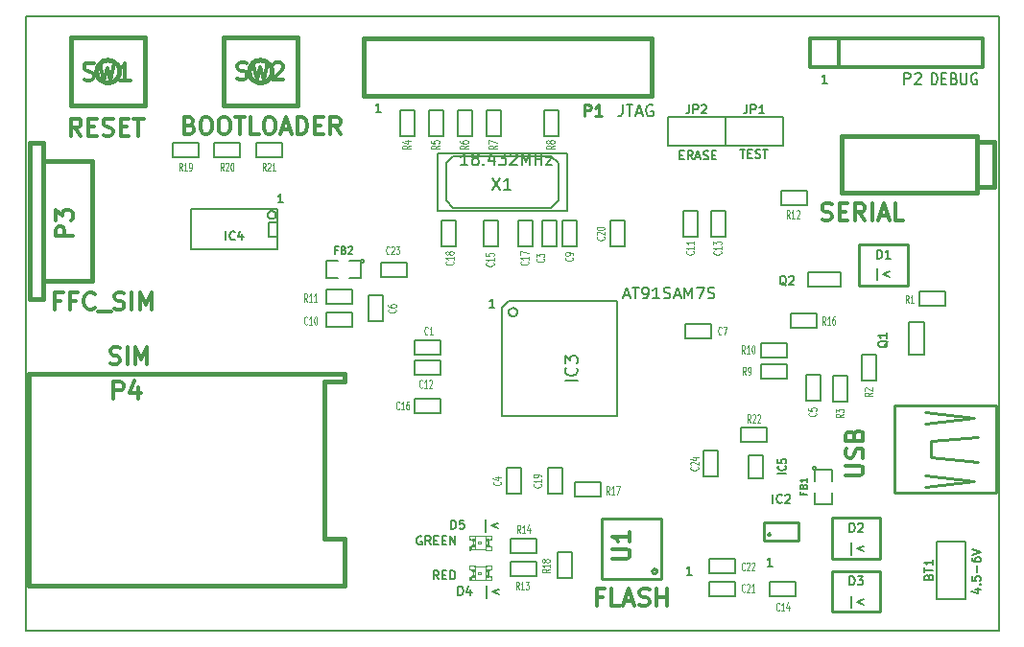
<source format=gto>
G04 (created by PCBNEW-RS274X (2011-06-08)-testing) date Sa 02 Jul 2011 20:51:35 CEST*
G01*
G70*
G90*
%MOIN*%
G04 Gerber Fmt 3.4, Leading zero omitted, Abs format*
%FSLAX34Y34*%
G04 APERTURE LIST*
%ADD10C,0.006000*%
%ADD11C,0.005900*%
%ADD12C,0.007500*%
%ADD13C,0.008000*%
%ADD14C,0.015000*%
%ADD15C,0.005000*%
%ADD16C,0.012000*%
%ADD17C,0.010000*%
%ADD18C,0.006500*%
%ADD19C,0.002600*%
%ADD20C,0.004000*%
%ADD21C,0.002000*%
%ADD22C,0.004500*%
G04 APERTURE END LIST*
G54D10*
G54D11*
X44015Y-44121D02*
X44015Y-43693D01*
X44458Y-43821D02*
X44229Y-43907D01*
X44458Y-43993D01*
X43115Y-55521D02*
X43115Y-55093D01*
X43558Y-55221D02*
X43329Y-55307D01*
X43558Y-55393D01*
X43115Y-53671D02*
X43115Y-53243D01*
X43558Y-53371D02*
X43329Y-53457D01*
X43558Y-53543D01*
X40386Y-54071D02*
X40215Y-54071D01*
X40300Y-54071D02*
X40300Y-53772D01*
X40272Y-53814D01*
X40243Y-53843D01*
X40215Y-53857D01*
X30465Y-55170D02*
X30465Y-54743D01*
X30907Y-54871D02*
X30679Y-54957D01*
X30907Y-55042D01*
X30415Y-52870D02*
X30415Y-52443D01*
X30857Y-52571D02*
X30629Y-52657D01*
X30857Y-52742D01*
X37586Y-54371D02*
X37414Y-54371D01*
X37500Y-54371D02*
X37500Y-54071D01*
X37471Y-54114D01*
X37443Y-54143D01*
X37414Y-54157D01*
G54D12*
X23386Y-41421D02*
X23214Y-41421D01*
X23300Y-41421D02*
X23300Y-41121D01*
X23271Y-41164D01*
X23243Y-41193D01*
X23214Y-41207D01*
X30736Y-45071D02*
X30564Y-45071D01*
X30650Y-45071D02*
X30650Y-44771D01*
X30621Y-44814D01*
X30593Y-44843D01*
X30564Y-44857D01*
X42286Y-37271D02*
X42114Y-37271D01*
X42200Y-37271D02*
X42200Y-36971D01*
X42171Y-37014D01*
X42143Y-37043D01*
X42114Y-37057D01*
G54D11*
X26786Y-38271D02*
X26614Y-38271D01*
X26700Y-38271D02*
X26700Y-37971D01*
X26671Y-38014D01*
X26643Y-38043D01*
X26614Y-38057D01*
G54D13*
X14450Y-56300D02*
X14450Y-34950D01*
X48250Y-56300D02*
X14450Y-56300D01*
X48250Y-34950D02*
X48250Y-56300D01*
X15250Y-34950D02*
X48250Y-34950D01*
X14450Y-34950D02*
X15250Y-34950D01*
G54D14*
X15057Y-39963D02*
X16750Y-39963D01*
X16750Y-39963D02*
X16750Y-44137D01*
X16750Y-44137D02*
X15057Y-44137D01*
X14585Y-39333D02*
X15057Y-39333D01*
X14585Y-44767D02*
X15057Y-44767D01*
X14585Y-39333D02*
X14585Y-44767D01*
X15057Y-44767D02*
X15057Y-39333D01*
X47512Y-40887D02*
X48103Y-40887D01*
X48103Y-40887D02*
X48103Y-39313D01*
X48103Y-39313D02*
X47512Y-39313D01*
X47512Y-41084D02*
X42788Y-41084D01*
X42788Y-41084D02*
X42788Y-39116D01*
X42788Y-39116D02*
X47512Y-39116D01*
X47512Y-39116D02*
X47512Y-41084D01*
X36200Y-37700D02*
X26200Y-37700D01*
X36200Y-35700D02*
X26200Y-35700D01*
X26200Y-35700D02*
X26200Y-37700D01*
X36202Y-37700D02*
X36202Y-35700D01*
G54D10*
X36750Y-39450D02*
X36750Y-38450D01*
X36750Y-38450D02*
X38750Y-38450D01*
X38750Y-38450D02*
X38750Y-39450D01*
X38750Y-39450D02*
X36750Y-39450D01*
X38750Y-39450D02*
X38750Y-38450D01*
X38750Y-38450D02*
X40750Y-38450D01*
X40750Y-38450D02*
X40750Y-39450D01*
X40750Y-39450D02*
X38750Y-39450D01*
X46100Y-53200D02*
X47100Y-53200D01*
X47100Y-53200D02*
X47100Y-55200D01*
X47100Y-55200D02*
X46100Y-55200D01*
X46100Y-55200D02*
X46100Y-53200D01*
G54D13*
X32950Y-41350D02*
X32950Y-40050D01*
X32950Y-40050D02*
X32700Y-39800D01*
X32700Y-39800D02*
X29300Y-39800D01*
X29300Y-39800D02*
X29050Y-40050D01*
X29050Y-40050D02*
X29050Y-41350D01*
X29050Y-41350D02*
X29300Y-41600D01*
X29300Y-41600D02*
X32700Y-41600D01*
X32700Y-41600D02*
X32950Y-41350D01*
X28750Y-41700D02*
X28750Y-39700D01*
X28750Y-39700D02*
X33250Y-39700D01*
X33250Y-39700D02*
X33250Y-41700D01*
X33250Y-41700D02*
X28750Y-41700D01*
G54D15*
X33428Y-53586D02*
X33428Y-54486D01*
X33428Y-54486D02*
X32928Y-54486D01*
X32928Y-54486D02*
X32928Y-53586D01*
X32928Y-53586D02*
X33428Y-53586D01*
X33537Y-51150D02*
X34437Y-51150D01*
X34437Y-51150D02*
X34437Y-51650D01*
X34437Y-51650D02*
X33537Y-51650D01*
X33537Y-51650D02*
X33537Y-51150D01*
X41945Y-45787D02*
X41045Y-45787D01*
X41045Y-45787D02*
X41045Y-45287D01*
X41045Y-45287D02*
X41945Y-45287D01*
X41945Y-45287D02*
X41945Y-45787D01*
X32200Y-53600D02*
X31300Y-53600D01*
X31300Y-53600D02*
X31300Y-53100D01*
X31300Y-53100D02*
X32200Y-53100D01*
X32200Y-53100D02*
X32200Y-53600D01*
X32200Y-54400D02*
X31300Y-54400D01*
X31300Y-54400D02*
X31300Y-53900D01*
X31300Y-53900D02*
X32200Y-53900D01*
X32200Y-53900D02*
X32200Y-54400D01*
X40692Y-41017D02*
X41592Y-41017D01*
X41592Y-41017D02*
X41592Y-41517D01*
X41592Y-41517D02*
X40692Y-41517D01*
X40692Y-41517D02*
X40692Y-41017D01*
X24900Y-44450D02*
X25800Y-44450D01*
X25800Y-44450D02*
X25800Y-44950D01*
X25800Y-44950D02*
X24900Y-44950D01*
X24900Y-44950D02*
X24900Y-44450D01*
X40000Y-46300D02*
X40900Y-46300D01*
X40900Y-46300D02*
X40900Y-46800D01*
X40900Y-46800D02*
X40000Y-46800D01*
X40000Y-46800D02*
X40000Y-46300D01*
X40000Y-47050D02*
X40900Y-47050D01*
X40900Y-47050D02*
X40900Y-47550D01*
X40900Y-47550D02*
X40000Y-47550D01*
X40000Y-47550D02*
X40000Y-47050D01*
X32950Y-38200D02*
X32950Y-39100D01*
X32950Y-39100D02*
X32450Y-39100D01*
X32450Y-39100D02*
X32450Y-38200D01*
X32450Y-38200D02*
X32950Y-38200D01*
X30950Y-38200D02*
X30950Y-39100D01*
X30950Y-39100D02*
X30450Y-39100D01*
X30450Y-39100D02*
X30450Y-38200D01*
X30450Y-38200D02*
X30950Y-38200D01*
X29950Y-38200D02*
X29950Y-39100D01*
X29950Y-39100D02*
X29450Y-39100D01*
X29450Y-39100D02*
X29450Y-38200D01*
X29450Y-38200D02*
X29950Y-38200D01*
X28950Y-38200D02*
X28950Y-39100D01*
X28950Y-39100D02*
X28450Y-39100D01*
X28450Y-39100D02*
X28450Y-38200D01*
X28450Y-38200D02*
X28950Y-38200D01*
X27950Y-38200D02*
X27950Y-39100D01*
X27950Y-39100D02*
X27450Y-39100D01*
X27450Y-39100D02*
X27450Y-38200D01*
X27450Y-38200D02*
X27950Y-38200D01*
X42500Y-48350D02*
X42500Y-47450D01*
X42500Y-47450D02*
X43000Y-47450D01*
X43000Y-47450D02*
X43000Y-48350D01*
X43000Y-48350D02*
X42500Y-48350D01*
X43500Y-47600D02*
X43500Y-46700D01*
X43500Y-46700D02*
X44000Y-46700D01*
X44000Y-46700D02*
X44000Y-47600D01*
X44000Y-47600D02*
X43500Y-47600D01*
X46400Y-45000D02*
X45500Y-45000D01*
X45500Y-45000D02*
X45500Y-44500D01*
X45500Y-44500D02*
X46400Y-44500D01*
X46400Y-44500D02*
X46400Y-45000D01*
X27701Y-44013D02*
X26801Y-44013D01*
X26801Y-44013D02*
X26801Y-43513D01*
X26801Y-43513D02*
X27701Y-43513D01*
X27701Y-43513D02*
X27701Y-44013D01*
X38200Y-53800D02*
X39100Y-53800D01*
X39100Y-53800D02*
X39100Y-54300D01*
X39100Y-54300D02*
X38200Y-54300D01*
X38200Y-54300D02*
X38200Y-53800D01*
X38198Y-54607D02*
X39098Y-54607D01*
X39098Y-54607D02*
X39098Y-55107D01*
X39098Y-55107D02*
X38198Y-55107D01*
X38198Y-55107D02*
X38198Y-54607D01*
X34765Y-42935D02*
X34765Y-42035D01*
X34765Y-42035D02*
X35265Y-42035D01*
X35265Y-42035D02*
X35265Y-42935D01*
X35265Y-42935D02*
X34765Y-42935D01*
X33100Y-50650D02*
X33100Y-51550D01*
X33100Y-51550D02*
X32600Y-51550D01*
X32600Y-51550D02*
X32600Y-50650D01*
X32600Y-50650D02*
X33100Y-50650D01*
X29400Y-42050D02*
X29400Y-42950D01*
X29400Y-42950D02*
X28900Y-42950D01*
X28900Y-42950D02*
X28900Y-42050D01*
X28900Y-42050D02*
X29400Y-42050D01*
X31550Y-42950D02*
X31550Y-42050D01*
X31550Y-42050D02*
X32050Y-42050D01*
X32050Y-42050D02*
X32050Y-42950D01*
X32050Y-42950D02*
X31550Y-42950D01*
X28850Y-48750D02*
X27950Y-48750D01*
X27950Y-48750D02*
X27950Y-48250D01*
X27950Y-48250D02*
X28850Y-48250D01*
X28850Y-48250D02*
X28850Y-48750D01*
X30350Y-42950D02*
X30350Y-42050D01*
X30350Y-42050D02*
X30850Y-42050D01*
X30850Y-42050D02*
X30850Y-42950D01*
X30850Y-42950D02*
X30350Y-42950D01*
X41200Y-55100D02*
X40300Y-55100D01*
X40300Y-55100D02*
X40300Y-54600D01*
X40300Y-54600D02*
X41200Y-54600D01*
X41200Y-54600D02*
X41200Y-55100D01*
X38250Y-42600D02*
X38250Y-41700D01*
X38250Y-41700D02*
X38750Y-41700D01*
X38750Y-41700D02*
X38750Y-42600D01*
X38750Y-42600D02*
X38250Y-42600D01*
X28850Y-47400D02*
X27950Y-47400D01*
X27950Y-47400D02*
X27950Y-46900D01*
X27950Y-46900D02*
X28850Y-46900D01*
X28850Y-46900D02*
X28850Y-47400D01*
X37300Y-42600D02*
X37300Y-41700D01*
X37300Y-41700D02*
X37800Y-41700D01*
X37800Y-41700D02*
X37800Y-42600D01*
X37800Y-42600D02*
X37300Y-42600D01*
X25800Y-45750D02*
X24900Y-45750D01*
X24900Y-45750D02*
X24900Y-45250D01*
X24900Y-45250D02*
X25800Y-45250D01*
X25800Y-45250D02*
X25800Y-45750D01*
X33100Y-42950D02*
X33100Y-42050D01*
X33100Y-42050D02*
X33600Y-42050D01*
X33600Y-42050D02*
X33600Y-42950D01*
X33600Y-42950D02*
X33100Y-42950D01*
X37350Y-45650D02*
X38250Y-45650D01*
X38250Y-45650D02*
X38250Y-46150D01*
X38250Y-46150D02*
X37350Y-46150D01*
X37350Y-46150D02*
X37350Y-45650D01*
X26350Y-45550D02*
X26350Y-44650D01*
X26350Y-44650D02*
X26850Y-44650D01*
X26850Y-44650D02*
X26850Y-45550D01*
X26850Y-45550D02*
X26350Y-45550D01*
X41550Y-48300D02*
X41550Y-47400D01*
X41550Y-47400D02*
X42050Y-47400D01*
X42050Y-47400D02*
X42050Y-48300D01*
X42050Y-48300D02*
X41550Y-48300D01*
X31670Y-50659D02*
X31670Y-51559D01*
X31670Y-51559D02*
X31170Y-51559D01*
X31170Y-51559D02*
X31170Y-50659D01*
X31170Y-50659D02*
X31670Y-50659D01*
X32397Y-42954D02*
X32397Y-42054D01*
X32397Y-42054D02*
X32897Y-42054D01*
X32897Y-42054D02*
X32897Y-42954D01*
X32897Y-42954D02*
X32397Y-42954D01*
X28850Y-46700D02*
X27950Y-46700D01*
X27950Y-46700D02*
X27950Y-46200D01*
X27950Y-46200D02*
X28850Y-46200D01*
X28850Y-46200D02*
X28850Y-46700D01*
X26195Y-43453D02*
X26194Y-43462D01*
X26191Y-43472D01*
X26186Y-43480D01*
X26180Y-43488D01*
X26172Y-43494D01*
X26164Y-43499D01*
X26155Y-43501D01*
X26145Y-43502D01*
X26136Y-43502D01*
X26127Y-43499D01*
X26118Y-43494D01*
X26111Y-43488D01*
X26104Y-43481D01*
X26100Y-43472D01*
X26097Y-43463D01*
X26096Y-43453D01*
X26096Y-43444D01*
X26099Y-43435D01*
X26103Y-43426D01*
X26110Y-43419D01*
X26117Y-43412D01*
X26125Y-43408D01*
X26135Y-43405D01*
X26144Y-43404D01*
X26153Y-43404D01*
X26163Y-43407D01*
X26171Y-43411D01*
X26179Y-43417D01*
X26185Y-43425D01*
X26190Y-43433D01*
X26193Y-43442D01*
X26194Y-43452D01*
X26195Y-43453D01*
X25695Y-43453D02*
X26095Y-43453D01*
X26095Y-43453D02*
X26095Y-44053D01*
X26095Y-44053D02*
X25695Y-44053D01*
X25295Y-44053D02*
X24895Y-44053D01*
X24895Y-44053D02*
X24895Y-43453D01*
X24895Y-43453D02*
X25295Y-43453D01*
X41900Y-50650D02*
X41899Y-50659D01*
X41896Y-50669D01*
X41891Y-50677D01*
X41885Y-50685D01*
X41877Y-50691D01*
X41869Y-50696D01*
X41860Y-50698D01*
X41850Y-50699D01*
X41841Y-50699D01*
X41832Y-50696D01*
X41823Y-50691D01*
X41816Y-50685D01*
X41809Y-50678D01*
X41805Y-50669D01*
X41802Y-50660D01*
X41801Y-50650D01*
X41801Y-50641D01*
X41804Y-50632D01*
X41808Y-50623D01*
X41815Y-50616D01*
X41822Y-50609D01*
X41830Y-50605D01*
X41840Y-50602D01*
X41849Y-50601D01*
X41858Y-50601D01*
X41868Y-50604D01*
X41876Y-50608D01*
X41884Y-50614D01*
X41890Y-50622D01*
X41895Y-50630D01*
X41898Y-50639D01*
X41899Y-50649D01*
X41900Y-50650D01*
X41850Y-51100D02*
X41850Y-50700D01*
X41850Y-50700D02*
X42450Y-50700D01*
X42450Y-50700D02*
X42450Y-51100D01*
X42450Y-51500D02*
X42450Y-51900D01*
X42450Y-51900D02*
X41850Y-51900D01*
X41850Y-51900D02*
X41850Y-51500D01*
G54D13*
X31532Y-45232D02*
X31529Y-45261D01*
X31520Y-45289D01*
X31506Y-45315D01*
X31488Y-45337D01*
X31465Y-45356D01*
X31440Y-45370D01*
X31412Y-45378D01*
X31383Y-45381D01*
X31354Y-45379D01*
X31326Y-45371D01*
X31300Y-45357D01*
X31278Y-45339D01*
X31259Y-45316D01*
X31245Y-45291D01*
X31236Y-45263D01*
X31233Y-45234D01*
X31235Y-45205D01*
X31243Y-45177D01*
X31256Y-45151D01*
X31275Y-45128D01*
X31297Y-45109D01*
X31322Y-45095D01*
X31350Y-45086D01*
X31379Y-45083D01*
X31408Y-45085D01*
X31436Y-45093D01*
X31462Y-45106D01*
X31485Y-45124D01*
X31504Y-45146D01*
X31519Y-45171D01*
X31528Y-45199D01*
X31531Y-45228D01*
X31532Y-45232D01*
X34982Y-48832D02*
X34982Y-44832D01*
X34982Y-44832D02*
X31232Y-44832D01*
X31232Y-44832D02*
X30982Y-45082D01*
X30982Y-45082D02*
X30982Y-48832D01*
X30982Y-48832D02*
X34982Y-48832D01*
G54D16*
X41700Y-36700D02*
X41700Y-35700D01*
X41700Y-35700D02*
X47700Y-35700D01*
X47700Y-35700D02*
X47700Y-36700D01*
X47700Y-36700D02*
X41700Y-36700D01*
X42700Y-36700D02*
X42700Y-35700D01*
G54D15*
X42771Y-43844D02*
X42771Y-44356D01*
X42771Y-44356D02*
X41629Y-44356D01*
X41629Y-44356D02*
X41629Y-43844D01*
X41629Y-43844D02*
X42771Y-43844D01*
X45144Y-45579D02*
X45656Y-45579D01*
X45656Y-45579D02*
X45656Y-46721D01*
X45656Y-46721D02*
X45144Y-46721D01*
X45144Y-46721D02*
X45144Y-45579D01*
G54D14*
X17694Y-36850D02*
X17686Y-36926D01*
X17664Y-37000D01*
X17628Y-37068D01*
X17579Y-37127D01*
X17520Y-37176D01*
X17452Y-37213D01*
X17379Y-37235D01*
X17302Y-37243D01*
X17227Y-37237D01*
X17153Y-37215D01*
X17085Y-37179D01*
X17025Y-37131D01*
X16975Y-37072D01*
X16938Y-37005D01*
X16915Y-36931D01*
X16907Y-36855D01*
X16913Y-36779D01*
X16934Y-36705D01*
X16969Y-36637D01*
X17017Y-36577D01*
X17076Y-36527D01*
X17143Y-36489D01*
X17216Y-36466D01*
X17292Y-36457D01*
X17368Y-36462D01*
X17442Y-36483D01*
X17511Y-36518D01*
X17571Y-36565D01*
X17621Y-36623D01*
X17659Y-36690D01*
X17684Y-36763D01*
X17693Y-36839D01*
X17694Y-36850D01*
X18580Y-35669D02*
X16020Y-35669D01*
X16020Y-35669D02*
X16020Y-38031D01*
X16020Y-38031D02*
X18580Y-38031D01*
X18580Y-38031D02*
X18580Y-35669D01*
X22994Y-36850D02*
X22986Y-36926D01*
X22964Y-37000D01*
X22928Y-37068D01*
X22879Y-37127D01*
X22820Y-37176D01*
X22752Y-37213D01*
X22679Y-37235D01*
X22602Y-37243D01*
X22527Y-37237D01*
X22453Y-37215D01*
X22385Y-37179D01*
X22325Y-37131D01*
X22275Y-37072D01*
X22238Y-37005D01*
X22215Y-36931D01*
X22207Y-36855D01*
X22213Y-36779D01*
X22234Y-36705D01*
X22269Y-36637D01*
X22317Y-36577D01*
X22376Y-36527D01*
X22443Y-36489D01*
X22516Y-36466D01*
X22592Y-36457D01*
X22668Y-36462D01*
X22742Y-36483D01*
X22811Y-36518D01*
X22871Y-36565D01*
X22921Y-36623D01*
X22959Y-36690D01*
X22984Y-36763D01*
X22993Y-36839D01*
X22994Y-36850D01*
X23880Y-35669D02*
X21320Y-35669D01*
X21320Y-35669D02*
X21320Y-38031D01*
X21320Y-38031D02*
X23880Y-38031D01*
X23880Y-38031D02*
X23880Y-35669D01*
G54D17*
X47540Y-50433D02*
X45886Y-50276D01*
X45886Y-50276D02*
X45886Y-49724D01*
X45886Y-49724D02*
X47540Y-49567D01*
X45689Y-49094D02*
X47382Y-48898D01*
X47382Y-48898D02*
X45689Y-48701D01*
X45689Y-51299D02*
X47382Y-51102D01*
X47382Y-51102D02*
X45689Y-50906D01*
X48170Y-51516D02*
X48170Y-48484D01*
X48170Y-48484D02*
X44626Y-48484D01*
X44626Y-48484D02*
X44626Y-51516D01*
X44626Y-51516D02*
X48170Y-51516D01*
G54D14*
X25541Y-53097D02*
X24824Y-53097D01*
X24824Y-53097D02*
X24824Y-47637D01*
X24824Y-47637D02*
X25541Y-47637D01*
X25541Y-47637D02*
X25541Y-47369D01*
X25541Y-47369D02*
X14576Y-47369D01*
X14576Y-47369D02*
X14576Y-51215D01*
X14576Y-51215D02*
X14576Y-54731D01*
X14576Y-54731D02*
X25541Y-54731D01*
X25541Y-54731D02*
X25541Y-53097D01*
G54D18*
X20200Y-43050D02*
X23200Y-43050D01*
X23200Y-41650D02*
X20200Y-41650D01*
X20200Y-43050D02*
X20200Y-41650D01*
G54D10*
X23200Y-41650D02*
X23200Y-43050D01*
G54D15*
X23141Y-41850D02*
X23138Y-41877D01*
X23130Y-41903D01*
X23117Y-41928D01*
X23100Y-41949D01*
X23078Y-41966D01*
X23054Y-41979D01*
X23028Y-41988D01*
X23000Y-41990D01*
X22974Y-41988D01*
X22948Y-41980D01*
X22923Y-41967D01*
X22902Y-41950D01*
X22884Y-41929D01*
X22871Y-41905D01*
X22863Y-41879D01*
X22860Y-41851D01*
X22862Y-41825D01*
X22869Y-41799D01*
X22882Y-41774D01*
X22899Y-41753D01*
X22920Y-41735D01*
X22944Y-41721D01*
X22970Y-41713D01*
X22998Y-41710D01*
X23024Y-41712D01*
X23050Y-41719D01*
X23075Y-41731D01*
X23097Y-41748D01*
X23115Y-41769D01*
X23128Y-41793D01*
X23137Y-41819D01*
X23140Y-41847D01*
X23141Y-41850D01*
X23200Y-42600D02*
X22900Y-42600D01*
X22900Y-42600D02*
X22900Y-42100D01*
X22900Y-42100D02*
X23200Y-42100D01*
X40200Y-49750D02*
X39300Y-49750D01*
X39300Y-49750D02*
X39300Y-49250D01*
X39300Y-49250D02*
X40200Y-49250D01*
X40200Y-49250D02*
X40200Y-49750D01*
X23350Y-39850D02*
X22450Y-39850D01*
X22450Y-39850D02*
X22450Y-39350D01*
X22450Y-39350D02*
X23350Y-39350D01*
X23350Y-39350D02*
X23350Y-39850D01*
X21000Y-39350D02*
X21900Y-39350D01*
X21900Y-39350D02*
X21900Y-39850D01*
X21900Y-39850D02*
X21000Y-39850D01*
X21000Y-39850D02*
X21000Y-39350D01*
X19550Y-39350D02*
X20450Y-39350D01*
X20450Y-39350D02*
X20450Y-39850D01*
X20450Y-39850D02*
X19550Y-39850D01*
X19550Y-39850D02*
X19550Y-39350D01*
X38500Y-50050D02*
X38500Y-50950D01*
X38500Y-50950D02*
X38000Y-50950D01*
X38000Y-50950D02*
X38000Y-50050D01*
X38000Y-50050D02*
X38500Y-50050D01*
G54D10*
X40050Y-51000D02*
X40050Y-50200D01*
X40050Y-50200D02*
X39550Y-50200D01*
X39550Y-50200D02*
X39550Y-51000D01*
X39550Y-51000D02*
X40050Y-51000D01*
G54D17*
X40294Y-52948D02*
X40293Y-52953D01*
X40291Y-52958D01*
X40289Y-52962D01*
X40286Y-52967D01*
X40282Y-52970D01*
X40277Y-52972D01*
X40272Y-52974D01*
X40267Y-52974D01*
X40262Y-52974D01*
X40257Y-52973D01*
X40253Y-52970D01*
X40249Y-52967D01*
X40245Y-52963D01*
X40243Y-52958D01*
X40241Y-52953D01*
X40241Y-52948D01*
X40241Y-52944D01*
X40242Y-52939D01*
X40245Y-52934D01*
X40248Y-52930D01*
X40252Y-52926D01*
X40257Y-52924D01*
X40262Y-52922D01*
X40267Y-52922D01*
X40271Y-52922D01*
X40276Y-52923D01*
X40281Y-52926D01*
X40285Y-52929D01*
X40289Y-52933D01*
X40291Y-52938D01*
X40293Y-52943D01*
X40293Y-52948D01*
X40294Y-52948D01*
X40109Y-52535D02*
X41291Y-52535D01*
X41291Y-52535D02*
X41291Y-53165D01*
X41291Y-53165D02*
X40109Y-53165D01*
X40109Y-53165D02*
X40109Y-52535D01*
X45096Y-44309D02*
X43404Y-44309D01*
X43404Y-44309D02*
X43404Y-42891D01*
X43404Y-42891D02*
X45096Y-42891D01*
X45096Y-42891D02*
X45096Y-44309D01*
G54D19*
X30054Y-54182D02*
X30054Y-54054D01*
X30054Y-54054D02*
X29857Y-54054D01*
X29857Y-54182D02*
X29857Y-54054D01*
X30054Y-54182D02*
X29857Y-54182D01*
X30054Y-54427D02*
X30054Y-54368D01*
X30054Y-54368D02*
X29955Y-54368D01*
X29955Y-54427D02*
X29955Y-54368D01*
X30054Y-54427D02*
X29955Y-54427D01*
X30054Y-54232D02*
X30054Y-54173D01*
X30054Y-54173D02*
X29955Y-54173D01*
X29955Y-54232D02*
X29955Y-54173D01*
X30054Y-54232D02*
X29955Y-54232D01*
X30054Y-54378D02*
X30054Y-54222D01*
X30054Y-54222D02*
X29985Y-54222D01*
X29985Y-54378D02*
X29985Y-54222D01*
X30054Y-54378D02*
X29985Y-54378D01*
X30643Y-54182D02*
X30643Y-54054D01*
X30643Y-54054D02*
X30446Y-54054D01*
X30446Y-54182D02*
X30446Y-54054D01*
X30643Y-54182D02*
X30446Y-54182D01*
X30643Y-54546D02*
X30643Y-54418D01*
X30643Y-54418D02*
X30446Y-54418D01*
X30446Y-54546D02*
X30446Y-54418D01*
X30643Y-54546D02*
X30446Y-54546D01*
X30545Y-54232D02*
X30545Y-54173D01*
X30545Y-54173D02*
X30446Y-54173D01*
X30446Y-54232D02*
X30446Y-54173D01*
X30545Y-54232D02*
X30446Y-54232D01*
X30545Y-54427D02*
X30545Y-54368D01*
X30545Y-54368D02*
X30446Y-54368D01*
X30446Y-54427D02*
X30446Y-54368D01*
X30545Y-54427D02*
X30446Y-54427D01*
X30515Y-54378D02*
X30515Y-54222D01*
X30515Y-54222D02*
X30446Y-54222D01*
X30446Y-54378D02*
X30446Y-54222D01*
X30515Y-54378D02*
X30446Y-54378D01*
X30250Y-54339D02*
X30250Y-54261D01*
X30250Y-54261D02*
X30172Y-54261D01*
X30172Y-54339D02*
X30172Y-54261D01*
X30250Y-54339D02*
X30172Y-54339D01*
X30054Y-54536D02*
X30054Y-54418D01*
X30054Y-54418D02*
X29936Y-54418D01*
X29936Y-54536D02*
X29936Y-54418D01*
X30054Y-54536D02*
X29936Y-54536D01*
X29886Y-54546D02*
X29886Y-54457D01*
X29886Y-54457D02*
X29857Y-54457D01*
X29857Y-54546D02*
X29857Y-54457D01*
X29886Y-54546D02*
X29857Y-54546D01*
G54D20*
X30044Y-54074D02*
X30456Y-54074D01*
X30446Y-54526D02*
X29886Y-54526D01*
G54D21*
X29944Y-54477D02*
X29943Y-54482D01*
X29941Y-54487D01*
X29939Y-54492D01*
X29935Y-54496D01*
X29931Y-54500D01*
X29926Y-54502D01*
X29921Y-54504D01*
X29916Y-54504D01*
X29911Y-54504D01*
X29906Y-54502D01*
X29901Y-54500D01*
X29897Y-54497D01*
X29893Y-54492D01*
X29891Y-54488D01*
X29889Y-54482D01*
X29889Y-54477D01*
X29889Y-54472D01*
X29890Y-54467D01*
X29893Y-54462D01*
X29896Y-54458D01*
X29901Y-54455D01*
X29905Y-54452D01*
X29910Y-54450D01*
X29916Y-54450D01*
X29920Y-54450D01*
X29926Y-54451D01*
X29931Y-54454D01*
X29935Y-54457D01*
X29938Y-54461D01*
X29941Y-54466D01*
X29943Y-54471D01*
X29943Y-54477D01*
X29944Y-54477D01*
G54D20*
X29857Y-54437D02*
X29868Y-54436D01*
X29880Y-54434D01*
X29892Y-54432D01*
X29903Y-54428D01*
X29914Y-54424D01*
X29925Y-54418D01*
X29935Y-54412D01*
X29945Y-54404D01*
X29953Y-54396D01*
X29961Y-54388D01*
X29969Y-54378D01*
X29975Y-54368D01*
X29981Y-54357D01*
X29985Y-54346D01*
X29989Y-54335D01*
X29991Y-54323D01*
X29993Y-54311D01*
X29994Y-54300D01*
X29993Y-54289D01*
X29991Y-54277D01*
X29989Y-54265D01*
X29985Y-54254D01*
X29981Y-54243D01*
X29975Y-54232D01*
X29969Y-54222D01*
X29961Y-54212D01*
X29953Y-54204D01*
X29945Y-54196D01*
X29935Y-54188D01*
X29925Y-54182D01*
X29914Y-54176D01*
X29903Y-54172D01*
X29892Y-54168D01*
X29880Y-54166D01*
X29868Y-54164D01*
X29857Y-54163D01*
X30643Y-54163D02*
X30632Y-54164D01*
X30620Y-54166D01*
X30608Y-54168D01*
X30597Y-54172D01*
X30586Y-54176D01*
X30575Y-54182D01*
X30565Y-54188D01*
X30555Y-54196D01*
X30547Y-54204D01*
X30539Y-54212D01*
X30531Y-54222D01*
X30525Y-54232D01*
X30519Y-54243D01*
X30515Y-54254D01*
X30511Y-54265D01*
X30509Y-54277D01*
X30507Y-54289D01*
X30506Y-54300D01*
X30507Y-54311D01*
X30509Y-54323D01*
X30511Y-54335D01*
X30515Y-54346D01*
X30519Y-54357D01*
X30525Y-54368D01*
X30531Y-54378D01*
X30539Y-54388D01*
X30547Y-54396D01*
X30555Y-54404D01*
X30565Y-54412D01*
X30575Y-54418D01*
X30586Y-54424D01*
X30597Y-54428D01*
X30608Y-54432D01*
X30620Y-54434D01*
X30632Y-54436D01*
X30643Y-54437D01*
G54D19*
X30054Y-53132D02*
X30054Y-53004D01*
X30054Y-53004D02*
X29857Y-53004D01*
X29857Y-53132D02*
X29857Y-53004D01*
X30054Y-53132D02*
X29857Y-53132D01*
X30054Y-53377D02*
X30054Y-53318D01*
X30054Y-53318D02*
X29955Y-53318D01*
X29955Y-53377D02*
X29955Y-53318D01*
X30054Y-53377D02*
X29955Y-53377D01*
X30054Y-53182D02*
X30054Y-53123D01*
X30054Y-53123D02*
X29955Y-53123D01*
X29955Y-53182D02*
X29955Y-53123D01*
X30054Y-53182D02*
X29955Y-53182D01*
X30054Y-53328D02*
X30054Y-53172D01*
X30054Y-53172D02*
X29985Y-53172D01*
X29985Y-53328D02*
X29985Y-53172D01*
X30054Y-53328D02*
X29985Y-53328D01*
X30643Y-53132D02*
X30643Y-53004D01*
X30643Y-53004D02*
X30446Y-53004D01*
X30446Y-53132D02*
X30446Y-53004D01*
X30643Y-53132D02*
X30446Y-53132D01*
X30643Y-53496D02*
X30643Y-53368D01*
X30643Y-53368D02*
X30446Y-53368D01*
X30446Y-53496D02*
X30446Y-53368D01*
X30643Y-53496D02*
X30446Y-53496D01*
X30545Y-53182D02*
X30545Y-53123D01*
X30545Y-53123D02*
X30446Y-53123D01*
X30446Y-53182D02*
X30446Y-53123D01*
X30545Y-53182D02*
X30446Y-53182D01*
X30545Y-53377D02*
X30545Y-53318D01*
X30545Y-53318D02*
X30446Y-53318D01*
X30446Y-53377D02*
X30446Y-53318D01*
X30545Y-53377D02*
X30446Y-53377D01*
X30515Y-53328D02*
X30515Y-53172D01*
X30515Y-53172D02*
X30446Y-53172D01*
X30446Y-53328D02*
X30446Y-53172D01*
X30515Y-53328D02*
X30446Y-53328D01*
X30250Y-53289D02*
X30250Y-53211D01*
X30250Y-53211D02*
X30172Y-53211D01*
X30172Y-53289D02*
X30172Y-53211D01*
X30250Y-53289D02*
X30172Y-53289D01*
X30054Y-53486D02*
X30054Y-53368D01*
X30054Y-53368D02*
X29936Y-53368D01*
X29936Y-53486D02*
X29936Y-53368D01*
X30054Y-53486D02*
X29936Y-53486D01*
X29886Y-53496D02*
X29886Y-53407D01*
X29886Y-53407D02*
X29857Y-53407D01*
X29857Y-53496D02*
X29857Y-53407D01*
X29886Y-53496D02*
X29857Y-53496D01*
G54D20*
X30044Y-53024D02*
X30456Y-53024D01*
X30446Y-53476D02*
X29886Y-53476D01*
G54D21*
X29944Y-53427D02*
X29943Y-53432D01*
X29941Y-53437D01*
X29939Y-53442D01*
X29935Y-53446D01*
X29931Y-53450D01*
X29926Y-53452D01*
X29921Y-53454D01*
X29916Y-53454D01*
X29911Y-53454D01*
X29906Y-53452D01*
X29901Y-53450D01*
X29897Y-53447D01*
X29893Y-53442D01*
X29891Y-53438D01*
X29889Y-53432D01*
X29889Y-53427D01*
X29889Y-53422D01*
X29890Y-53417D01*
X29893Y-53412D01*
X29896Y-53408D01*
X29901Y-53405D01*
X29905Y-53402D01*
X29910Y-53400D01*
X29916Y-53400D01*
X29920Y-53400D01*
X29926Y-53401D01*
X29931Y-53404D01*
X29935Y-53407D01*
X29938Y-53411D01*
X29941Y-53416D01*
X29943Y-53421D01*
X29943Y-53427D01*
X29944Y-53427D01*
G54D20*
X29857Y-53387D02*
X29868Y-53386D01*
X29880Y-53384D01*
X29892Y-53382D01*
X29903Y-53378D01*
X29914Y-53374D01*
X29925Y-53368D01*
X29935Y-53362D01*
X29945Y-53354D01*
X29953Y-53346D01*
X29961Y-53338D01*
X29969Y-53328D01*
X29975Y-53318D01*
X29981Y-53307D01*
X29985Y-53296D01*
X29989Y-53285D01*
X29991Y-53273D01*
X29993Y-53261D01*
X29994Y-53250D01*
X29993Y-53239D01*
X29991Y-53227D01*
X29989Y-53215D01*
X29985Y-53204D01*
X29981Y-53193D01*
X29975Y-53182D01*
X29969Y-53172D01*
X29961Y-53162D01*
X29953Y-53154D01*
X29945Y-53146D01*
X29935Y-53138D01*
X29925Y-53132D01*
X29914Y-53126D01*
X29903Y-53122D01*
X29892Y-53118D01*
X29880Y-53116D01*
X29868Y-53114D01*
X29857Y-53113D01*
X30643Y-53113D02*
X30632Y-53114D01*
X30620Y-53116D01*
X30608Y-53118D01*
X30597Y-53122D01*
X30586Y-53126D01*
X30575Y-53132D01*
X30565Y-53138D01*
X30555Y-53146D01*
X30547Y-53154D01*
X30539Y-53162D01*
X30531Y-53172D01*
X30525Y-53182D01*
X30519Y-53193D01*
X30515Y-53204D01*
X30511Y-53215D01*
X30509Y-53227D01*
X30507Y-53239D01*
X30506Y-53250D01*
X30507Y-53261D01*
X30509Y-53273D01*
X30511Y-53285D01*
X30515Y-53296D01*
X30519Y-53307D01*
X30525Y-53318D01*
X30531Y-53328D01*
X30539Y-53338D01*
X30547Y-53346D01*
X30555Y-53354D01*
X30565Y-53362D01*
X30575Y-53368D01*
X30586Y-53374D01*
X30597Y-53378D01*
X30608Y-53382D01*
X30620Y-53384D01*
X30632Y-53386D01*
X30643Y-53387D01*
G54D17*
X36366Y-54237D02*
X36364Y-54252D01*
X36360Y-54267D01*
X36352Y-54280D01*
X36343Y-54292D01*
X36331Y-54302D01*
X36317Y-54309D01*
X36302Y-54314D01*
X36287Y-54315D01*
X36273Y-54314D01*
X36258Y-54310D01*
X36244Y-54303D01*
X36232Y-54293D01*
X36222Y-54281D01*
X36215Y-54268D01*
X36210Y-54253D01*
X36209Y-54238D01*
X36210Y-54223D01*
X36214Y-54208D01*
X36221Y-54195D01*
X36231Y-54183D01*
X36242Y-54173D01*
X36256Y-54165D01*
X36271Y-54160D01*
X36286Y-54159D01*
X36300Y-54160D01*
X36315Y-54164D01*
X36329Y-54171D01*
X36341Y-54180D01*
X36351Y-54192D01*
X36359Y-54205D01*
X36364Y-54220D01*
X36365Y-54235D01*
X36366Y-54237D01*
X36543Y-52407D02*
X36543Y-54493D01*
X36543Y-54493D02*
X34457Y-54493D01*
X34457Y-54493D02*
X34457Y-52407D01*
X34457Y-52407D02*
X36543Y-52407D01*
X44146Y-53809D02*
X42454Y-53809D01*
X42454Y-53809D02*
X42454Y-52391D01*
X42454Y-52391D02*
X44146Y-52391D01*
X44146Y-52391D02*
X44146Y-53809D01*
X44146Y-55659D02*
X42454Y-55659D01*
X42454Y-55659D02*
X42454Y-54241D01*
X42454Y-54241D02*
X44146Y-54241D01*
X44146Y-54241D02*
X44146Y-55659D01*
G54D16*
X16093Y-42592D02*
X15493Y-42592D01*
X15493Y-42364D01*
X15521Y-42306D01*
X15550Y-42278D01*
X15607Y-42249D01*
X15693Y-42249D01*
X15750Y-42278D01*
X15779Y-42306D01*
X15807Y-42364D01*
X15807Y-42592D01*
X15493Y-42049D02*
X15493Y-41678D01*
X15721Y-41878D01*
X15721Y-41792D01*
X15750Y-41735D01*
X15779Y-41706D01*
X15836Y-41678D01*
X15979Y-41678D01*
X16036Y-41706D01*
X16064Y-41735D01*
X16093Y-41792D01*
X16093Y-41964D01*
X16064Y-42021D01*
X16036Y-42049D01*
X15679Y-44829D02*
X15479Y-44829D01*
X15479Y-45143D02*
X15479Y-44543D01*
X15765Y-44543D01*
X16193Y-44829D02*
X15993Y-44829D01*
X15993Y-45143D02*
X15993Y-44543D01*
X16279Y-44543D01*
X16850Y-45086D02*
X16821Y-45114D01*
X16735Y-45143D01*
X16678Y-45143D01*
X16593Y-45114D01*
X16535Y-45057D01*
X16507Y-45000D01*
X16478Y-44886D01*
X16478Y-44800D01*
X16507Y-44686D01*
X16535Y-44629D01*
X16593Y-44571D01*
X16678Y-44543D01*
X16735Y-44543D01*
X16821Y-44571D01*
X16850Y-44600D01*
X16964Y-45200D02*
X17421Y-45200D01*
X17535Y-45114D02*
X17621Y-45143D01*
X17764Y-45143D01*
X17821Y-45114D01*
X17850Y-45086D01*
X17878Y-45029D01*
X17878Y-44971D01*
X17850Y-44914D01*
X17821Y-44886D01*
X17764Y-44857D01*
X17650Y-44829D01*
X17592Y-44800D01*
X17564Y-44771D01*
X17535Y-44714D01*
X17535Y-44657D01*
X17564Y-44600D01*
X17592Y-44571D01*
X17650Y-44543D01*
X17792Y-44543D01*
X17878Y-44571D01*
X18135Y-45143D02*
X18135Y-44543D01*
X18421Y-45143D02*
X18421Y-44543D01*
X18621Y-44971D01*
X18821Y-44543D01*
X18821Y-45143D01*
X42114Y-42014D02*
X42200Y-42043D01*
X42343Y-42043D01*
X42400Y-42014D01*
X42429Y-41986D01*
X42457Y-41929D01*
X42457Y-41871D01*
X42429Y-41814D01*
X42400Y-41786D01*
X42343Y-41757D01*
X42229Y-41729D01*
X42171Y-41700D01*
X42143Y-41671D01*
X42114Y-41614D01*
X42114Y-41557D01*
X42143Y-41500D01*
X42171Y-41471D01*
X42229Y-41443D01*
X42371Y-41443D01*
X42457Y-41471D01*
X42714Y-41729D02*
X42914Y-41729D01*
X43000Y-42043D02*
X42714Y-42043D01*
X42714Y-41443D01*
X43000Y-41443D01*
X43600Y-42043D02*
X43400Y-41757D01*
X43257Y-42043D02*
X43257Y-41443D01*
X43485Y-41443D01*
X43543Y-41471D01*
X43571Y-41500D01*
X43600Y-41557D01*
X43600Y-41643D01*
X43571Y-41700D01*
X43543Y-41729D01*
X43485Y-41757D01*
X43257Y-41757D01*
X43857Y-42043D02*
X43857Y-41443D01*
X44114Y-41871D02*
X44400Y-41871D01*
X44057Y-42043D02*
X44257Y-41443D01*
X44457Y-42043D01*
X44943Y-42043D02*
X44657Y-42043D01*
X44657Y-41443D01*
G54D17*
X33855Y-38412D02*
X33855Y-38012D01*
X34008Y-38012D01*
X34046Y-38031D01*
X34065Y-38050D01*
X34084Y-38088D01*
X34084Y-38145D01*
X34065Y-38183D01*
X34046Y-38202D01*
X34008Y-38221D01*
X33855Y-38221D01*
X34465Y-38412D02*
X34236Y-38412D01*
X34350Y-38412D02*
X34350Y-38012D01*
X34312Y-38069D01*
X34274Y-38107D01*
X34236Y-38126D01*
G54D13*
X35184Y-38012D02*
X35184Y-38298D01*
X35164Y-38355D01*
X35126Y-38393D01*
X35069Y-38412D01*
X35031Y-38412D01*
X35317Y-38012D02*
X35546Y-38012D01*
X35431Y-38412D02*
X35431Y-38012D01*
X35660Y-38298D02*
X35851Y-38298D01*
X35622Y-38412D02*
X35755Y-38012D01*
X35889Y-38412D01*
X36232Y-38031D02*
X36194Y-38012D01*
X36137Y-38012D01*
X36079Y-38031D01*
X36041Y-38069D01*
X36022Y-38107D01*
X36003Y-38183D01*
X36003Y-38240D01*
X36022Y-38317D01*
X36041Y-38355D01*
X36079Y-38393D01*
X36137Y-38412D01*
X36175Y-38412D01*
X36232Y-38393D01*
X36251Y-38374D01*
X36251Y-38240D01*
X36175Y-38240D01*
G54D10*
X37500Y-38021D02*
X37500Y-38236D01*
X37486Y-38279D01*
X37457Y-38307D01*
X37414Y-38321D01*
X37386Y-38321D01*
X37643Y-38321D02*
X37643Y-38021D01*
X37758Y-38021D01*
X37786Y-38036D01*
X37801Y-38050D01*
X37815Y-38079D01*
X37815Y-38121D01*
X37801Y-38150D01*
X37786Y-38164D01*
X37758Y-38179D01*
X37643Y-38179D01*
X37929Y-38050D02*
X37943Y-38036D01*
X37972Y-38021D01*
X38043Y-38021D01*
X38072Y-38036D01*
X38086Y-38050D01*
X38101Y-38079D01*
X38101Y-38107D01*
X38086Y-38150D01*
X37915Y-38321D01*
X38101Y-38321D01*
X37179Y-39764D02*
X37279Y-39764D01*
X37322Y-39921D02*
X37179Y-39921D01*
X37179Y-39621D01*
X37322Y-39621D01*
X37622Y-39921D02*
X37522Y-39779D01*
X37450Y-39921D02*
X37450Y-39621D01*
X37565Y-39621D01*
X37593Y-39636D01*
X37608Y-39650D01*
X37622Y-39679D01*
X37622Y-39721D01*
X37608Y-39750D01*
X37593Y-39764D01*
X37565Y-39779D01*
X37450Y-39779D01*
X37736Y-39836D02*
X37879Y-39836D01*
X37708Y-39921D02*
X37808Y-39621D01*
X37908Y-39921D01*
X37993Y-39907D02*
X38036Y-39921D01*
X38107Y-39921D01*
X38136Y-39907D01*
X38150Y-39893D01*
X38165Y-39864D01*
X38165Y-39836D01*
X38150Y-39807D01*
X38136Y-39793D01*
X38107Y-39779D01*
X38050Y-39764D01*
X38022Y-39750D01*
X38007Y-39736D01*
X37993Y-39707D01*
X37993Y-39679D01*
X38007Y-39650D01*
X38022Y-39636D01*
X38050Y-39621D01*
X38122Y-39621D01*
X38165Y-39636D01*
X38293Y-39764D02*
X38393Y-39764D01*
X38436Y-39921D02*
X38293Y-39921D01*
X38293Y-39621D01*
X38436Y-39621D01*
X39500Y-38021D02*
X39500Y-38236D01*
X39486Y-38279D01*
X39457Y-38307D01*
X39414Y-38321D01*
X39386Y-38321D01*
X39643Y-38321D02*
X39643Y-38021D01*
X39758Y-38021D01*
X39786Y-38036D01*
X39801Y-38050D01*
X39815Y-38079D01*
X39815Y-38121D01*
X39801Y-38150D01*
X39786Y-38164D01*
X39758Y-38179D01*
X39643Y-38179D01*
X40101Y-38321D02*
X39929Y-38321D01*
X40015Y-38321D02*
X40015Y-38021D01*
X39986Y-38064D01*
X39958Y-38093D01*
X39929Y-38107D01*
X39272Y-39571D02*
X39443Y-39571D01*
X39357Y-39871D02*
X39357Y-39571D01*
X39543Y-39714D02*
X39643Y-39714D01*
X39686Y-39871D02*
X39543Y-39871D01*
X39543Y-39571D01*
X39686Y-39571D01*
X39800Y-39857D02*
X39843Y-39871D01*
X39914Y-39871D01*
X39943Y-39857D01*
X39957Y-39843D01*
X39972Y-39814D01*
X39972Y-39786D01*
X39957Y-39757D01*
X39943Y-39743D01*
X39914Y-39729D01*
X39857Y-39714D01*
X39829Y-39700D01*
X39814Y-39686D01*
X39800Y-39657D01*
X39800Y-39629D01*
X39814Y-39600D01*
X39829Y-39586D01*
X39857Y-39571D01*
X39929Y-39571D01*
X39972Y-39586D01*
X40058Y-39571D02*
X40229Y-39571D01*
X40143Y-39871D02*
X40143Y-39571D01*
X45814Y-54436D02*
X45829Y-54393D01*
X45843Y-54378D01*
X45871Y-54364D01*
X45914Y-54364D01*
X45943Y-54378D01*
X45957Y-54393D01*
X45971Y-54421D01*
X45971Y-54536D01*
X45671Y-54536D01*
X45671Y-54436D01*
X45686Y-54407D01*
X45700Y-54393D01*
X45729Y-54378D01*
X45757Y-54378D01*
X45786Y-54393D01*
X45800Y-54407D01*
X45814Y-54436D01*
X45814Y-54536D01*
X45671Y-54278D02*
X45671Y-54107D01*
X45971Y-54193D02*
X45671Y-54193D01*
X45971Y-53849D02*
X45971Y-54021D01*
X45971Y-53935D02*
X45671Y-53935D01*
X45714Y-53964D01*
X45743Y-53992D01*
X45757Y-54021D01*
X47421Y-54864D02*
X47621Y-54864D01*
X47307Y-54935D02*
X47521Y-55007D01*
X47521Y-54821D01*
X47593Y-54707D02*
X47607Y-54692D01*
X47621Y-54707D01*
X47607Y-54721D01*
X47593Y-54707D01*
X47621Y-54707D01*
X47321Y-54421D02*
X47321Y-54564D01*
X47464Y-54578D01*
X47450Y-54564D01*
X47436Y-54535D01*
X47436Y-54464D01*
X47450Y-54435D01*
X47464Y-54421D01*
X47493Y-54406D01*
X47564Y-54406D01*
X47593Y-54421D01*
X47607Y-54435D01*
X47621Y-54464D01*
X47621Y-54535D01*
X47607Y-54564D01*
X47593Y-54578D01*
X47507Y-54278D02*
X47507Y-54049D01*
X47321Y-53778D02*
X47321Y-53835D01*
X47336Y-53864D01*
X47350Y-53878D01*
X47393Y-53907D01*
X47450Y-53921D01*
X47564Y-53921D01*
X47593Y-53907D01*
X47607Y-53892D01*
X47621Y-53864D01*
X47621Y-53807D01*
X47607Y-53778D01*
X47593Y-53764D01*
X47564Y-53749D01*
X47493Y-53749D01*
X47464Y-53764D01*
X47450Y-53778D01*
X47436Y-53807D01*
X47436Y-53864D01*
X47450Y-53892D01*
X47464Y-53907D01*
X47493Y-53921D01*
X47321Y-53663D02*
X47621Y-53563D01*
X47321Y-53463D01*
G54D13*
X30676Y-40562D02*
X30943Y-40962D01*
X30943Y-40562D02*
X30676Y-40962D01*
X31305Y-40962D02*
X31076Y-40962D01*
X31190Y-40962D02*
X31190Y-40562D01*
X31152Y-40619D01*
X31114Y-40657D01*
X31076Y-40676D01*
X29808Y-40112D02*
X29579Y-40112D01*
X29693Y-40112D02*
X29693Y-39712D01*
X29655Y-39769D01*
X29617Y-39807D01*
X29579Y-39826D01*
X30036Y-39883D02*
X29998Y-39864D01*
X29979Y-39845D01*
X29960Y-39807D01*
X29960Y-39788D01*
X29979Y-39750D01*
X29998Y-39731D01*
X30036Y-39712D01*
X30113Y-39712D01*
X30151Y-39731D01*
X30170Y-39750D01*
X30189Y-39788D01*
X30189Y-39807D01*
X30170Y-39845D01*
X30151Y-39864D01*
X30113Y-39883D01*
X30036Y-39883D01*
X29998Y-39902D01*
X29979Y-39921D01*
X29960Y-39960D01*
X29960Y-40036D01*
X29979Y-40074D01*
X29998Y-40093D01*
X30036Y-40112D01*
X30113Y-40112D01*
X30151Y-40093D01*
X30170Y-40074D01*
X30189Y-40036D01*
X30189Y-39960D01*
X30170Y-39921D01*
X30151Y-39902D01*
X30113Y-39883D01*
X30360Y-40074D02*
X30379Y-40093D01*
X30360Y-40112D01*
X30341Y-40093D01*
X30360Y-40074D01*
X30360Y-40112D01*
X30722Y-39845D02*
X30722Y-40112D01*
X30626Y-39693D02*
X30531Y-39979D01*
X30779Y-39979D01*
X30893Y-39712D02*
X31141Y-39712D01*
X31007Y-39864D01*
X31065Y-39864D01*
X31103Y-39883D01*
X31122Y-39902D01*
X31141Y-39940D01*
X31141Y-40036D01*
X31122Y-40074D01*
X31103Y-40093D01*
X31065Y-40112D01*
X30950Y-40112D01*
X30912Y-40093D01*
X30893Y-40074D01*
X31293Y-39750D02*
X31312Y-39731D01*
X31350Y-39712D01*
X31446Y-39712D01*
X31484Y-39731D01*
X31503Y-39750D01*
X31522Y-39788D01*
X31522Y-39826D01*
X31503Y-39883D01*
X31274Y-40112D01*
X31522Y-40112D01*
X31693Y-40112D02*
X31693Y-39712D01*
X31827Y-39998D01*
X31960Y-39712D01*
X31960Y-40112D01*
X32150Y-40112D02*
X32150Y-39712D01*
X32150Y-39902D02*
X32379Y-39902D01*
X32379Y-40112D02*
X32379Y-39712D01*
X32531Y-39845D02*
X32741Y-39845D01*
X32531Y-40112D01*
X32741Y-40112D01*
G54D22*
X32663Y-54165D02*
X32530Y-54225D01*
X32663Y-54268D02*
X32383Y-54268D01*
X32383Y-54200D01*
X32397Y-54182D01*
X32410Y-54174D01*
X32437Y-54165D01*
X32477Y-54165D01*
X32503Y-54174D01*
X32517Y-54182D01*
X32530Y-54200D01*
X32530Y-54268D01*
X32663Y-53994D02*
X32663Y-54097D01*
X32663Y-54045D02*
X32383Y-54045D01*
X32423Y-54062D01*
X32450Y-54080D01*
X32463Y-54097D01*
X32503Y-53891D02*
X32490Y-53909D01*
X32477Y-53917D01*
X32450Y-53926D01*
X32437Y-53926D01*
X32410Y-53917D01*
X32397Y-53909D01*
X32383Y-53891D01*
X32383Y-53857D01*
X32397Y-53840D01*
X32410Y-53831D01*
X32437Y-53823D01*
X32450Y-53823D01*
X32477Y-53831D01*
X32490Y-53840D01*
X32503Y-53857D01*
X32503Y-53891D01*
X32517Y-53909D01*
X32530Y-53917D01*
X32557Y-53926D01*
X32610Y-53926D01*
X32637Y-53917D01*
X32650Y-53909D01*
X32663Y-53891D01*
X32663Y-53857D01*
X32650Y-53840D01*
X32637Y-53831D01*
X32610Y-53823D01*
X32557Y-53823D01*
X32530Y-53831D01*
X32517Y-53840D01*
X32503Y-53857D01*
X34735Y-51563D02*
X34675Y-51430D01*
X34632Y-51563D02*
X34632Y-51283D01*
X34700Y-51283D01*
X34718Y-51297D01*
X34726Y-51310D01*
X34735Y-51337D01*
X34735Y-51377D01*
X34726Y-51403D01*
X34718Y-51417D01*
X34700Y-51430D01*
X34632Y-51430D01*
X34906Y-51563D02*
X34803Y-51563D01*
X34855Y-51563D02*
X34855Y-51283D01*
X34838Y-51323D01*
X34820Y-51350D01*
X34803Y-51363D01*
X34966Y-51283D02*
X35086Y-51283D01*
X35009Y-51563D01*
X42235Y-45663D02*
X42175Y-45530D01*
X42132Y-45663D02*
X42132Y-45383D01*
X42200Y-45383D01*
X42218Y-45397D01*
X42226Y-45410D01*
X42235Y-45437D01*
X42235Y-45477D01*
X42226Y-45503D01*
X42218Y-45517D01*
X42200Y-45530D01*
X42132Y-45530D01*
X42406Y-45663D02*
X42303Y-45663D01*
X42355Y-45663D02*
X42355Y-45383D01*
X42338Y-45423D01*
X42320Y-45450D01*
X42303Y-45463D01*
X42560Y-45383D02*
X42526Y-45383D01*
X42509Y-45397D01*
X42500Y-45410D01*
X42483Y-45450D01*
X42474Y-45503D01*
X42474Y-45610D01*
X42483Y-45637D01*
X42491Y-45650D01*
X42509Y-45663D01*
X42543Y-45663D01*
X42560Y-45650D01*
X42569Y-45637D01*
X42577Y-45610D01*
X42577Y-45543D01*
X42569Y-45517D01*
X42560Y-45503D01*
X42543Y-45490D01*
X42509Y-45490D01*
X42491Y-45503D01*
X42483Y-45517D01*
X42474Y-45543D01*
X31635Y-52913D02*
X31575Y-52780D01*
X31532Y-52913D02*
X31532Y-52633D01*
X31600Y-52633D01*
X31618Y-52647D01*
X31626Y-52660D01*
X31635Y-52687D01*
X31635Y-52727D01*
X31626Y-52753D01*
X31618Y-52767D01*
X31600Y-52780D01*
X31532Y-52780D01*
X31806Y-52913D02*
X31703Y-52913D01*
X31755Y-52913D02*
X31755Y-52633D01*
X31738Y-52673D01*
X31720Y-52700D01*
X31703Y-52713D01*
X31960Y-52727D02*
X31960Y-52913D01*
X31917Y-52620D02*
X31874Y-52820D01*
X31986Y-52820D01*
X31585Y-54882D02*
X31525Y-54749D01*
X31482Y-54882D02*
X31482Y-54602D01*
X31550Y-54602D01*
X31568Y-54616D01*
X31576Y-54629D01*
X31585Y-54656D01*
X31585Y-54696D01*
X31576Y-54722D01*
X31568Y-54736D01*
X31550Y-54749D01*
X31482Y-54749D01*
X31756Y-54882D02*
X31653Y-54882D01*
X31705Y-54882D02*
X31705Y-54602D01*
X31688Y-54642D01*
X31670Y-54669D01*
X31653Y-54682D01*
X31816Y-54602D02*
X31927Y-54602D01*
X31867Y-54709D01*
X31893Y-54709D01*
X31910Y-54722D01*
X31919Y-54736D01*
X31927Y-54762D01*
X31927Y-54829D01*
X31919Y-54856D01*
X31910Y-54869D01*
X31893Y-54882D01*
X31841Y-54882D01*
X31824Y-54869D01*
X31816Y-54856D01*
X40985Y-41963D02*
X40925Y-41830D01*
X40882Y-41963D02*
X40882Y-41683D01*
X40950Y-41683D01*
X40968Y-41697D01*
X40976Y-41710D01*
X40985Y-41737D01*
X40985Y-41777D01*
X40976Y-41803D01*
X40968Y-41817D01*
X40950Y-41830D01*
X40882Y-41830D01*
X41156Y-41963D02*
X41053Y-41963D01*
X41105Y-41963D02*
X41105Y-41683D01*
X41088Y-41723D01*
X41070Y-41750D01*
X41053Y-41763D01*
X41224Y-41710D02*
X41233Y-41697D01*
X41250Y-41683D01*
X41293Y-41683D01*
X41310Y-41697D01*
X41319Y-41710D01*
X41327Y-41737D01*
X41327Y-41763D01*
X41319Y-41803D01*
X41216Y-41963D01*
X41327Y-41963D01*
X24235Y-44863D02*
X24175Y-44730D01*
X24132Y-44863D02*
X24132Y-44583D01*
X24200Y-44583D01*
X24218Y-44597D01*
X24226Y-44610D01*
X24235Y-44637D01*
X24235Y-44677D01*
X24226Y-44703D01*
X24218Y-44717D01*
X24200Y-44730D01*
X24132Y-44730D01*
X24406Y-44863D02*
X24303Y-44863D01*
X24355Y-44863D02*
X24355Y-44583D01*
X24338Y-44623D01*
X24320Y-44650D01*
X24303Y-44663D01*
X24577Y-44863D02*
X24474Y-44863D01*
X24526Y-44863D02*
X24526Y-44583D01*
X24509Y-44623D01*
X24491Y-44650D01*
X24474Y-44663D01*
X39435Y-46663D02*
X39375Y-46530D01*
X39332Y-46663D02*
X39332Y-46383D01*
X39400Y-46383D01*
X39418Y-46397D01*
X39426Y-46410D01*
X39435Y-46437D01*
X39435Y-46477D01*
X39426Y-46503D01*
X39418Y-46517D01*
X39400Y-46530D01*
X39332Y-46530D01*
X39606Y-46663D02*
X39503Y-46663D01*
X39555Y-46663D02*
X39555Y-46383D01*
X39538Y-46423D01*
X39520Y-46450D01*
X39503Y-46463D01*
X39717Y-46383D02*
X39734Y-46383D01*
X39751Y-46397D01*
X39760Y-46410D01*
X39769Y-46437D01*
X39777Y-46490D01*
X39777Y-46557D01*
X39769Y-46610D01*
X39760Y-46637D01*
X39751Y-46650D01*
X39734Y-46663D01*
X39717Y-46663D01*
X39700Y-46650D01*
X39691Y-46637D01*
X39683Y-46610D01*
X39674Y-46557D01*
X39674Y-46490D01*
X39683Y-46437D01*
X39691Y-46410D01*
X39700Y-46397D01*
X39717Y-46383D01*
X39471Y-47413D02*
X39411Y-47280D01*
X39368Y-47413D02*
X39368Y-47133D01*
X39436Y-47133D01*
X39454Y-47147D01*
X39462Y-47160D01*
X39471Y-47187D01*
X39471Y-47227D01*
X39462Y-47253D01*
X39454Y-47267D01*
X39436Y-47280D01*
X39368Y-47280D01*
X39556Y-47413D02*
X39591Y-47413D01*
X39608Y-47400D01*
X39616Y-47387D01*
X39634Y-47347D01*
X39642Y-47293D01*
X39642Y-47187D01*
X39634Y-47160D01*
X39625Y-47147D01*
X39608Y-47133D01*
X39574Y-47133D01*
X39556Y-47147D01*
X39548Y-47160D01*
X39539Y-47187D01*
X39539Y-47253D01*
X39548Y-47280D01*
X39556Y-47293D01*
X39574Y-47307D01*
X39608Y-47307D01*
X39625Y-47293D01*
X39634Y-47280D01*
X39642Y-47253D01*
X32813Y-39429D02*
X32680Y-39489D01*
X32813Y-39532D02*
X32533Y-39532D01*
X32533Y-39464D01*
X32547Y-39446D01*
X32560Y-39438D01*
X32587Y-39429D01*
X32627Y-39429D01*
X32653Y-39438D01*
X32667Y-39446D01*
X32680Y-39464D01*
X32680Y-39532D01*
X32653Y-39326D02*
X32640Y-39344D01*
X32627Y-39352D01*
X32600Y-39361D01*
X32587Y-39361D01*
X32560Y-39352D01*
X32547Y-39344D01*
X32533Y-39326D01*
X32533Y-39292D01*
X32547Y-39275D01*
X32560Y-39266D01*
X32587Y-39258D01*
X32600Y-39258D01*
X32627Y-39266D01*
X32640Y-39275D01*
X32653Y-39292D01*
X32653Y-39326D01*
X32667Y-39344D01*
X32680Y-39352D01*
X32707Y-39361D01*
X32760Y-39361D01*
X32787Y-39352D01*
X32800Y-39344D01*
X32813Y-39326D01*
X32813Y-39292D01*
X32800Y-39275D01*
X32787Y-39266D01*
X32760Y-39258D01*
X32707Y-39258D01*
X32680Y-39266D01*
X32667Y-39275D01*
X32653Y-39292D01*
X30813Y-39429D02*
X30680Y-39489D01*
X30813Y-39532D02*
X30533Y-39532D01*
X30533Y-39464D01*
X30547Y-39446D01*
X30560Y-39438D01*
X30587Y-39429D01*
X30627Y-39429D01*
X30653Y-39438D01*
X30667Y-39446D01*
X30680Y-39464D01*
X30680Y-39532D01*
X30533Y-39369D02*
X30533Y-39249D01*
X30813Y-39326D01*
X29813Y-39429D02*
X29680Y-39489D01*
X29813Y-39532D02*
X29533Y-39532D01*
X29533Y-39464D01*
X29547Y-39446D01*
X29560Y-39438D01*
X29587Y-39429D01*
X29627Y-39429D01*
X29653Y-39438D01*
X29667Y-39446D01*
X29680Y-39464D01*
X29680Y-39532D01*
X29533Y-39275D02*
X29533Y-39309D01*
X29547Y-39326D01*
X29560Y-39335D01*
X29600Y-39352D01*
X29653Y-39361D01*
X29760Y-39361D01*
X29787Y-39352D01*
X29800Y-39344D01*
X29813Y-39326D01*
X29813Y-39292D01*
X29800Y-39275D01*
X29787Y-39266D01*
X29760Y-39258D01*
X29693Y-39258D01*
X29667Y-39266D01*
X29653Y-39275D01*
X29640Y-39292D01*
X29640Y-39326D01*
X29653Y-39344D01*
X29667Y-39352D01*
X29693Y-39361D01*
X28813Y-39429D02*
X28680Y-39489D01*
X28813Y-39532D02*
X28533Y-39532D01*
X28533Y-39464D01*
X28547Y-39446D01*
X28560Y-39438D01*
X28587Y-39429D01*
X28627Y-39429D01*
X28653Y-39438D01*
X28667Y-39446D01*
X28680Y-39464D01*
X28680Y-39532D01*
X28533Y-39266D02*
X28533Y-39352D01*
X28667Y-39361D01*
X28653Y-39352D01*
X28640Y-39335D01*
X28640Y-39292D01*
X28653Y-39275D01*
X28667Y-39266D01*
X28693Y-39258D01*
X28760Y-39258D01*
X28787Y-39266D01*
X28800Y-39275D01*
X28813Y-39292D01*
X28813Y-39335D01*
X28800Y-39352D01*
X28787Y-39361D01*
X27813Y-39429D02*
X27680Y-39489D01*
X27813Y-39532D02*
X27533Y-39532D01*
X27533Y-39464D01*
X27547Y-39446D01*
X27560Y-39438D01*
X27587Y-39429D01*
X27627Y-39429D01*
X27653Y-39438D01*
X27667Y-39446D01*
X27680Y-39464D01*
X27680Y-39532D01*
X27627Y-39275D02*
X27813Y-39275D01*
X27520Y-39318D02*
X27720Y-39361D01*
X27720Y-39249D01*
X42863Y-48779D02*
X42730Y-48839D01*
X42863Y-48882D02*
X42583Y-48882D01*
X42583Y-48814D01*
X42597Y-48796D01*
X42610Y-48788D01*
X42637Y-48779D01*
X42677Y-48779D01*
X42703Y-48788D01*
X42717Y-48796D01*
X42730Y-48814D01*
X42730Y-48882D01*
X42583Y-48719D02*
X42583Y-48608D01*
X42690Y-48668D01*
X42690Y-48642D01*
X42703Y-48625D01*
X42717Y-48616D01*
X42743Y-48608D01*
X42810Y-48608D01*
X42837Y-48616D01*
X42850Y-48625D01*
X42863Y-48642D01*
X42863Y-48694D01*
X42850Y-48711D01*
X42837Y-48719D01*
X43863Y-48029D02*
X43730Y-48089D01*
X43863Y-48132D02*
X43583Y-48132D01*
X43583Y-48064D01*
X43597Y-48046D01*
X43610Y-48038D01*
X43637Y-48029D01*
X43677Y-48029D01*
X43703Y-48038D01*
X43717Y-48046D01*
X43730Y-48064D01*
X43730Y-48132D01*
X43610Y-47961D02*
X43597Y-47952D01*
X43583Y-47935D01*
X43583Y-47892D01*
X43597Y-47875D01*
X43610Y-47866D01*
X43637Y-47858D01*
X43663Y-47858D01*
X43703Y-47866D01*
X43863Y-47969D01*
X43863Y-47858D01*
X45121Y-44913D02*
X45061Y-44780D01*
X45018Y-44913D02*
X45018Y-44633D01*
X45086Y-44633D01*
X45104Y-44647D01*
X45112Y-44660D01*
X45121Y-44687D01*
X45121Y-44727D01*
X45112Y-44753D01*
X45104Y-44767D01*
X45086Y-44780D01*
X45018Y-44780D01*
X45292Y-44913D02*
X45189Y-44913D01*
X45241Y-44913D02*
X45241Y-44633D01*
X45224Y-44673D01*
X45206Y-44700D01*
X45189Y-44713D01*
X27085Y-43187D02*
X27076Y-43200D01*
X27050Y-43213D01*
X27033Y-43213D01*
X27008Y-43200D01*
X26990Y-43173D01*
X26982Y-43147D01*
X26973Y-43093D01*
X26973Y-43053D01*
X26982Y-43000D01*
X26990Y-42973D01*
X27008Y-42947D01*
X27033Y-42933D01*
X27050Y-42933D01*
X27076Y-42947D01*
X27085Y-42960D01*
X27153Y-42960D02*
X27162Y-42947D01*
X27179Y-42933D01*
X27222Y-42933D01*
X27239Y-42947D01*
X27248Y-42960D01*
X27256Y-42987D01*
X27256Y-43013D01*
X27248Y-43053D01*
X27145Y-43213D01*
X27256Y-43213D01*
X27316Y-42933D02*
X27427Y-42933D01*
X27367Y-43040D01*
X27393Y-43040D01*
X27410Y-43053D01*
X27419Y-43067D01*
X27427Y-43093D01*
X27427Y-43160D01*
X27419Y-43187D01*
X27410Y-43200D01*
X27393Y-43213D01*
X27341Y-43213D01*
X27324Y-43200D01*
X27316Y-43187D01*
X39435Y-54187D02*
X39426Y-54200D01*
X39400Y-54213D01*
X39383Y-54213D01*
X39358Y-54200D01*
X39340Y-54173D01*
X39332Y-54147D01*
X39323Y-54093D01*
X39323Y-54053D01*
X39332Y-54000D01*
X39340Y-53973D01*
X39358Y-53947D01*
X39383Y-53933D01*
X39400Y-53933D01*
X39426Y-53947D01*
X39435Y-53960D01*
X39503Y-53960D02*
X39512Y-53947D01*
X39529Y-53933D01*
X39572Y-53933D01*
X39589Y-53947D01*
X39598Y-53960D01*
X39606Y-53987D01*
X39606Y-54013D01*
X39598Y-54053D01*
X39495Y-54213D01*
X39606Y-54213D01*
X39674Y-53960D02*
X39683Y-53947D01*
X39700Y-53933D01*
X39743Y-53933D01*
X39760Y-53947D01*
X39769Y-53960D01*
X39777Y-53987D01*
X39777Y-54013D01*
X39769Y-54053D01*
X39666Y-54213D01*
X39777Y-54213D01*
X39435Y-54937D02*
X39426Y-54950D01*
X39400Y-54963D01*
X39383Y-54963D01*
X39358Y-54950D01*
X39340Y-54923D01*
X39332Y-54897D01*
X39323Y-54843D01*
X39323Y-54803D01*
X39332Y-54750D01*
X39340Y-54723D01*
X39358Y-54697D01*
X39383Y-54683D01*
X39400Y-54683D01*
X39426Y-54697D01*
X39435Y-54710D01*
X39503Y-54710D02*
X39512Y-54697D01*
X39529Y-54683D01*
X39572Y-54683D01*
X39589Y-54697D01*
X39598Y-54710D01*
X39606Y-54737D01*
X39606Y-54763D01*
X39598Y-54803D01*
X39495Y-54963D01*
X39606Y-54963D01*
X39777Y-54963D02*
X39674Y-54963D01*
X39726Y-54963D02*
X39726Y-54683D01*
X39709Y-54723D01*
X39691Y-54750D01*
X39674Y-54763D01*
X34537Y-42615D02*
X34550Y-42624D01*
X34563Y-42650D01*
X34563Y-42667D01*
X34550Y-42692D01*
X34523Y-42710D01*
X34497Y-42718D01*
X34443Y-42727D01*
X34403Y-42727D01*
X34350Y-42718D01*
X34323Y-42710D01*
X34297Y-42692D01*
X34283Y-42667D01*
X34283Y-42650D01*
X34297Y-42624D01*
X34310Y-42615D01*
X34310Y-42547D02*
X34297Y-42538D01*
X34283Y-42521D01*
X34283Y-42478D01*
X34297Y-42461D01*
X34310Y-42452D01*
X34337Y-42444D01*
X34363Y-42444D01*
X34403Y-42452D01*
X34563Y-42555D01*
X34563Y-42444D01*
X34283Y-42333D02*
X34283Y-42316D01*
X34297Y-42299D01*
X34310Y-42290D01*
X34337Y-42281D01*
X34390Y-42273D01*
X34457Y-42273D01*
X34510Y-42281D01*
X34537Y-42290D01*
X34550Y-42299D01*
X34563Y-42316D01*
X34563Y-42333D01*
X34550Y-42350D01*
X34537Y-42359D01*
X34510Y-42367D01*
X34457Y-42376D01*
X34390Y-42376D01*
X34337Y-42367D01*
X34310Y-42359D01*
X34297Y-42350D01*
X34283Y-42333D01*
X32337Y-51215D02*
X32350Y-51224D01*
X32363Y-51250D01*
X32363Y-51267D01*
X32350Y-51292D01*
X32323Y-51310D01*
X32297Y-51318D01*
X32243Y-51327D01*
X32203Y-51327D01*
X32150Y-51318D01*
X32123Y-51310D01*
X32097Y-51292D01*
X32083Y-51267D01*
X32083Y-51250D01*
X32097Y-51224D01*
X32110Y-51215D01*
X32363Y-51044D02*
X32363Y-51147D01*
X32363Y-51095D02*
X32083Y-51095D01*
X32123Y-51112D01*
X32150Y-51130D01*
X32163Y-51147D01*
X32363Y-50959D02*
X32363Y-50924D01*
X32350Y-50907D01*
X32337Y-50899D01*
X32297Y-50881D01*
X32243Y-50873D01*
X32137Y-50873D01*
X32110Y-50881D01*
X32097Y-50890D01*
X32083Y-50907D01*
X32083Y-50941D01*
X32097Y-50959D01*
X32110Y-50967D01*
X32137Y-50976D01*
X32203Y-50976D01*
X32230Y-50967D01*
X32243Y-50959D01*
X32257Y-50941D01*
X32257Y-50907D01*
X32243Y-50890D01*
X32230Y-50881D01*
X32203Y-50873D01*
X29287Y-43465D02*
X29300Y-43474D01*
X29313Y-43500D01*
X29313Y-43517D01*
X29300Y-43542D01*
X29273Y-43560D01*
X29247Y-43568D01*
X29193Y-43577D01*
X29153Y-43577D01*
X29100Y-43568D01*
X29073Y-43560D01*
X29047Y-43542D01*
X29033Y-43517D01*
X29033Y-43500D01*
X29047Y-43474D01*
X29060Y-43465D01*
X29313Y-43294D02*
X29313Y-43397D01*
X29313Y-43345D02*
X29033Y-43345D01*
X29073Y-43362D01*
X29100Y-43380D01*
X29113Y-43397D01*
X29153Y-43191D02*
X29140Y-43209D01*
X29127Y-43217D01*
X29100Y-43226D01*
X29087Y-43226D01*
X29060Y-43217D01*
X29047Y-43209D01*
X29033Y-43191D01*
X29033Y-43157D01*
X29047Y-43140D01*
X29060Y-43131D01*
X29087Y-43123D01*
X29100Y-43123D01*
X29127Y-43131D01*
X29140Y-43140D01*
X29153Y-43157D01*
X29153Y-43191D01*
X29167Y-43209D01*
X29180Y-43217D01*
X29207Y-43226D01*
X29260Y-43226D01*
X29287Y-43217D01*
X29300Y-43209D01*
X29313Y-43191D01*
X29313Y-43157D01*
X29300Y-43140D01*
X29287Y-43131D01*
X29260Y-43123D01*
X29207Y-43123D01*
X29180Y-43131D01*
X29167Y-43140D01*
X29153Y-43157D01*
X31887Y-43465D02*
X31900Y-43474D01*
X31913Y-43500D01*
X31913Y-43517D01*
X31900Y-43542D01*
X31873Y-43560D01*
X31847Y-43568D01*
X31793Y-43577D01*
X31753Y-43577D01*
X31700Y-43568D01*
X31673Y-43560D01*
X31647Y-43542D01*
X31633Y-43517D01*
X31633Y-43500D01*
X31647Y-43474D01*
X31660Y-43465D01*
X31913Y-43294D02*
X31913Y-43397D01*
X31913Y-43345D02*
X31633Y-43345D01*
X31673Y-43362D01*
X31700Y-43380D01*
X31713Y-43397D01*
X31633Y-43234D02*
X31633Y-43114D01*
X31913Y-43191D01*
X27435Y-48587D02*
X27426Y-48600D01*
X27400Y-48613D01*
X27383Y-48613D01*
X27358Y-48600D01*
X27340Y-48573D01*
X27332Y-48547D01*
X27323Y-48493D01*
X27323Y-48453D01*
X27332Y-48400D01*
X27340Y-48373D01*
X27358Y-48347D01*
X27383Y-48333D01*
X27400Y-48333D01*
X27426Y-48347D01*
X27435Y-48360D01*
X27606Y-48613D02*
X27503Y-48613D01*
X27555Y-48613D02*
X27555Y-48333D01*
X27538Y-48373D01*
X27520Y-48400D01*
X27503Y-48413D01*
X27760Y-48333D02*
X27726Y-48333D01*
X27709Y-48347D01*
X27700Y-48360D01*
X27683Y-48400D01*
X27674Y-48453D01*
X27674Y-48560D01*
X27683Y-48587D01*
X27691Y-48600D01*
X27709Y-48613D01*
X27743Y-48613D01*
X27760Y-48600D01*
X27769Y-48587D01*
X27777Y-48560D01*
X27777Y-48493D01*
X27769Y-48467D01*
X27760Y-48453D01*
X27743Y-48440D01*
X27709Y-48440D01*
X27691Y-48453D01*
X27683Y-48467D01*
X27674Y-48493D01*
X30687Y-43515D02*
X30700Y-43524D01*
X30713Y-43550D01*
X30713Y-43567D01*
X30700Y-43592D01*
X30673Y-43610D01*
X30647Y-43618D01*
X30593Y-43627D01*
X30553Y-43627D01*
X30500Y-43618D01*
X30473Y-43610D01*
X30447Y-43592D01*
X30433Y-43567D01*
X30433Y-43550D01*
X30447Y-43524D01*
X30460Y-43515D01*
X30713Y-43344D02*
X30713Y-43447D01*
X30713Y-43395D02*
X30433Y-43395D01*
X30473Y-43412D01*
X30500Y-43430D01*
X30513Y-43447D01*
X30433Y-43181D02*
X30433Y-43267D01*
X30567Y-43276D01*
X30553Y-43267D01*
X30540Y-43250D01*
X30540Y-43207D01*
X30553Y-43190D01*
X30567Y-43181D01*
X30593Y-43173D01*
X30660Y-43173D01*
X30687Y-43181D01*
X30700Y-43190D01*
X30713Y-43207D01*
X30713Y-43250D01*
X30700Y-43267D01*
X30687Y-43276D01*
X40635Y-55587D02*
X40626Y-55600D01*
X40600Y-55613D01*
X40583Y-55613D01*
X40558Y-55600D01*
X40540Y-55573D01*
X40532Y-55547D01*
X40523Y-55493D01*
X40523Y-55453D01*
X40532Y-55400D01*
X40540Y-55373D01*
X40558Y-55347D01*
X40583Y-55333D01*
X40600Y-55333D01*
X40626Y-55347D01*
X40635Y-55360D01*
X40806Y-55613D02*
X40703Y-55613D01*
X40755Y-55613D02*
X40755Y-55333D01*
X40738Y-55373D01*
X40720Y-55400D01*
X40703Y-55413D01*
X40960Y-55427D02*
X40960Y-55613D01*
X40917Y-55320D02*
X40874Y-55520D01*
X40986Y-55520D01*
X38587Y-43115D02*
X38600Y-43124D01*
X38613Y-43150D01*
X38613Y-43167D01*
X38600Y-43192D01*
X38573Y-43210D01*
X38547Y-43218D01*
X38493Y-43227D01*
X38453Y-43227D01*
X38400Y-43218D01*
X38373Y-43210D01*
X38347Y-43192D01*
X38333Y-43167D01*
X38333Y-43150D01*
X38347Y-43124D01*
X38360Y-43115D01*
X38613Y-42944D02*
X38613Y-43047D01*
X38613Y-42995D02*
X38333Y-42995D01*
X38373Y-43012D01*
X38400Y-43030D01*
X38413Y-43047D01*
X38333Y-42884D02*
X38333Y-42773D01*
X38440Y-42833D01*
X38440Y-42807D01*
X38453Y-42790D01*
X38467Y-42781D01*
X38493Y-42773D01*
X38560Y-42773D01*
X38587Y-42781D01*
X38600Y-42790D01*
X38613Y-42807D01*
X38613Y-42859D01*
X38600Y-42876D01*
X38587Y-42884D01*
X28235Y-47837D02*
X28226Y-47850D01*
X28200Y-47863D01*
X28183Y-47863D01*
X28158Y-47850D01*
X28140Y-47823D01*
X28132Y-47797D01*
X28123Y-47743D01*
X28123Y-47703D01*
X28132Y-47650D01*
X28140Y-47623D01*
X28158Y-47597D01*
X28183Y-47583D01*
X28200Y-47583D01*
X28226Y-47597D01*
X28235Y-47610D01*
X28406Y-47863D02*
X28303Y-47863D01*
X28355Y-47863D02*
X28355Y-47583D01*
X28338Y-47623D01*
X28320Y-47650D01*
X28303Y-47663D01*
X28474Y-47610D02*
X28483Y-47597D01*
X28500Y-47583D01*
X28543Y-47583D01*
X28560Y-47597D01*
X28569Y-47610D01*
X28577Y-47637D01*
X28577Y-47663D01*
X28569Y-47703D01*
X28466Y-47863D01*
X28577Y-47863D01*
X37637Y-43115D02*
X37650Y-43124D01*
X37663Y-43150D01*
X37663Y-43167D01*
X37650Y-43192D01*
X37623Y-43210D01*
X37597Y-43218D01*
X37543Y-43227D01*
X37503Y-43227D01*
X37450Y-43218D01*
X37423Y-43210D01*
X37397Y-43192D01*
X37383Y-43167D01*
X37383Y-43150D01*
X37397Y-43124D01*
X37410Y-43115D01*
X37663Y-42944D02*
X37663Y-43047D01*
X37663Y-42995D02*
X37383Y-42995D01*
X37423Y-43012D01*
X37450Y-43030D01*
X37463Y-43047D01*
X37663Y-42773D02*
X37663Y-42876D01*
X37663Y-42824D02*
X37383Y-42824D01*
X37423Y-42841D01*
X37450Y-42859D01*
X37463Y-42876D01*
X24235Y-45637D02*
X24226Y-45650D01*
X24200Y-45663D01*
X24183Y-45663D01*
X24158Y-45650D01*
X24140Y-45623D01*
X24132Y-45597D01*
X24123Y-45543D01*
X24123Y-45503D01*
X24132Y-45450D01*
X24140Y-45423D01*
X24158Y-45397D01*
X24183Y-45383D01*
X24200Y-45383D01*
X24226Y-45397D01*
X24235Y-45410D01*
X24406Y-45663D02*
X24303Y-45663D01*
X24355Y-45663D02*
X24355Y-45383D01*
X24338Y-45423D01*
X24320Y-45450D01*
X24303Y-45463D01*
X24517Y-45383D02*
X24534Y-45383D01*
X24551Y-45397D01*
X24560Y-45410D01*
X24569Y-45437D01*
X24577Y-45490D01*
X24577Y-45557D01*
X24569Y-45610D01*
X24560Y-45637D01*
X24551Y-45650D01*
X24534Y-45663D01*
X24517Y-45663D01*
X24500Y-45650D01*
X24491Y-45637D01*
X24483Y-45610D01*
X24474Y-45557D01*
X24474Y-45490D01*
X24483Y-45437D01*
X24491Y-45410D01*
X24500Y-45397D01*
X24517Y-45383D01*
X33437Y-43329D02*
X33450Y-43338D01*
X33463Y-43364D01*
X33463Y-43381D01*
X33450Y-43406D01*
X33423Y-43424D01*
X33397Y-43432D01*
X33343Y-43441D01*
X33303Y-43441D01*
X33250Y-43432D01*
X33223Y-43424D01*
X33197Y-43406D01*
X33183Y-43381D01*
X33183Y-43364D01*
X33197Y-43338D01*
X33210Y-43329D01*
X33463Y-43244D02*
X33463Y-43209D01*
X33450Y-43192D01*
X33437Y-43184D01*
X33397Y-43166D01*
X33343Y-43158D01*
X33237Y-43158D01*
X33210Y-43166D01*
X33197Y-43175D01*
X33183Y-43192D01*
X33183Y-43226D01*
X33197Y-43244D01*
X33210Y-43252D01*
X33237Y-43261D01*
X33303Y-43261D01*
X33330Y-43252D01*
X33343Y-43244D01*
X33357Y-43226D01*
X33357Y-43192D01*
X33343Y-43175D01*
X33330Y-43166D01*
X33303Y-43158D01*
X38621Y-45987D02*
X38612Y-46000D01*
X38586Y-46013D01*
X38569Y-46013D01*
X38544Y-46000D01*
X38526Y-45973D01*
X38518Y-45947D01*
X38509Y-45893D01*
X38509Y-45853D01*
X38518Y-45800D01*
X38526Y-45773D01*
X38544Y-45747D01*
X38569Y-45733D01*
X38586Y-45733D01*
X38612Y-45747D01*
X38621Y-45760D01*
X38681Y-45733D02*
X38801Y-45733D01*
X38724Y-46013D01*
X27287Y-45129D02*
X27300Y-45138D01*
X27313Y-45164D01*
X27313Y-45181D01*
X27300Y-45206D01*
X27273Y-45224D01*
X27247Y-45232D01*
X27193Y-45241D01*
X27153Y-45241D01*
X27100Y-45232D01*
X27073Y-45224D01*
X27047Y-45206D01*
X27033Y-45181D01*
X27033Y-45164D01*
X27047Y-45138D01*
X27060Y-45129D01*
X27033Y-44975D02*
X27033Y-45009D01*
X27047Y-45026D01*
X27060Y-45035D01*
X27100Y-45052D01*
X27153Y-45061D01*
X27260Y-45061D01*
X27287Y-45052D01*
X27300Y-45044D01*
X27313Y-45026D01*
X27313Y-44992D01*
X27300Y-44975D01*
X27287Y-44966D01*
X27260Y-44958D01*
X27193Y-44958D01*
X27167Y-44966D01*
X27153Y-44975D01*
X27140Y-44992D01*
X27140Y-45026D01*
X27153Y-45044D01*
X27167Y-45052D01*
X27193Y-45061D01*
X41887Y-48729D02*
X41900Y-48738D01*
X41913Y-48764D01*
X41913Y-48781D01*
X41900Y-48806D01*
X41873Y-48824D01*
X41847Y-48832D01*
X41793Y-48841D01*
X41753Y-48841D01*
X41700Y-48832D01*
X41673Y-48824D01*
X41647Y-48806D01*
X41633Y-48781D01*
X41633Y-48764D01*
X41647Y-48738D01*
X41660Y-48729D01*
X41633Y-48566D02*
X41633Y-48652D01*
X41767Y-48661D01*
X41753Y-48652D01*
X41740Y-48635D01*
X41740Y-48592D01*
X41753Y-48575D01*
X41767Y-48566D01*
X41793Y-48558D01*
X41860Y-48558D01*
X41887Y-48566D01*
X41900Y-48575D01*
X41913Y-48592D01*
X41913Y-48635D01*
X41900Y-48652D01*
X41887Y-48661D01*
X30937Y-51129D02*
X30950Y-51138D01*
X30963Y-51164D01*
X30963Y-51181D01*
X30950Y-51206D01*
X30923Y-51224D01*
X30897Y-51232D01*
X30843Y-51241D01*
X30803Y-51241D01*
X30750Y-51232D01*
X30723Y-51224D01*
X30697Y-51206D01*
X30683Y-51181D01*
X30683Y-51164D01*
X30697Y-51138D01*
X30710Y-51129D01*
X30777Y-50975D02*
X30963Y-50975D01*
X30670Y-51018D02*
X30870Y-51061D01*
X30870Y-50949D01*
X32437Y-43379D02*
X32450Y-43388D01*
X32463Y-43414D01*
X32463Y-43431D01*
X32450Y-43456D01*
X32423Y-43474D01*
X32397Y-43482D01*
X32343Y-43491D01*
X32303Y-43491D01*
X32250Y-43482D01*
X32223Y-43474D01*
X32197Y-43456D01*
X32183Y-43431D01*
X32183Y-43414D01*
X32197Y-43388D01*
X32210Y-43379D01*
X32183Y-43319D02*
X32183Y-43208D01*
X32290Y-43268D01*
X32290Y-43242D01*
X32303Y-43225D01*
X32317Y-43216D01*
X32343Y-43208D01*
X32410Y-43208D01*
X32437Y-43216D01*
X32450Y-43225D01*
X32463Y-43242D01*
X32463Y-43294D01*
X32450Y-43311D01*
X32437Y-43319D01*
X28421Y-45987D02*
X28412Y-46000D01*
X28386Y-46013D01*
X28369Y-46013D01*
X28344Y-46000D01*
X28326Y-45973D01*
X28318Y-45947D01*
X28309Y-45893D01*
X28309Y-45853D01*
X28318Y-45800D01*
X28326Y-45773D01*
X28344Y-45747D01*
X28369Y-45733D01*
X28386Y-45733D01*
X28412Y-45747D01*
X28421Y-45760D01*
X28592Y-46013D02*
X28489Y-46013D01*
X28541Y-46013D02*
X28541Y-45733D01*
X28524Y-45773D01*
X28506Y-45800D01*
X28489Y-45813D01*
G54D15*
X25292Y-43070D02*
X25209Y-43070D01*
X25209Y-43201D02*
X25209Y-42951D01*
X25328Y-42951D01*
X25506Y-43070D02*
X25542Y-43082D01*
X25553Y-43094D01*
X25565Y-43118D01*
X25565Y-43154D01*
X25553Y-43177D01*
X25542Y-43189D01*
X25518Y-43201D01*
X25423Y-43201D01*
X25423Y-42951D01*
X25506Y-42951D01*
X25530Y-42963D01*
X25542Y-42975D01*
X25553Y-42999D01*
X25553Y-43023D01*
X25542Y-43046D01*
X25530Y-43058D01*
X25506Y-43070D01*
X25423Y-43070D01*
X25661Y-42975D02*
X25673Y-42963D01*
X25696Y-42951D01*
X25756Y-42951D01*
X25780Y-42963D01*
X25792Y-42975D01*
X25803Y-42999D01*
X25803Y-43023D01*
X25792Y-43058D01*
X25649Y-43201D01*
X25803Y-43201D01*
X41470Y-51508D02*
X41470Y-51591D01*
X41601Y-51591D02*
X41351Y-51591D01*
X41351Y-51472D01*
X41470Y-51294D02*
X41482Y-51258D01*
X41494Y-51247D01*
X41518Y-51235D01*
X41554Y-51235D01*
X41577Y-51247D01*
X41589Y-51258D01*
X41601Y-51282D01*
X41601Y-51377D01*
X41351Y-51377D01*
X41351Y-51294D01*
X41363Y-51270D01*
X41375Y-51258D01*
X41399Y-51247D01*
X41423Y-51247D01*
X41446Y-51258D01*
X41458Y-51270D01*
X41470Y-51294D01*
X41470Y-51377D01*
X41601Y-50997D02*
X41601Y-51139D01*
X41601Y-51068D02*
X41351Y-51068D01*
X41387Y-51092D01*
X41411Y-51116D01*
X41423Y-51139D01*
X33625Y-47622D02*
X33192Y-47622D01*
X33584Y-47168D02*
X33604Y-47189D01*
X33625Y-47251D01*
X33625Y-47292D01*
X33604Y-47354D01*
X33563Y-47395D01*
X33522Y-47416D01*
X33439Y-47437D01*
X33377Y-47437D01*
X33295Y-47416D01*
X33254Y-47395D01*
X33212Y-47354D01*
X33192Y-47292D01*
X33192Y-47251D01*
X33212Y-47189D01*
X33233Y-47168D01*
X33192Y-47024D02*
X33192Y-46756D01*
X33357Y-46900D01*
X33357Y-46839D01*
X33377Y-46797D01*
X33398Y-46777D01*
X33439Y-46756D01*
X33542Y-46756D01*
X33584Y-46777D01*
X33604Y-46797D01*
X33625Y-46839D01*
X33625Y-46962D01*
X33604Y-47004D01*
X33584Y-47024D01*
G54D10*
X35225Y-44647D02*
X35413Y-44647D01*
X35188Y-44759D02*
X35319Y-44365D01*
X35450Y-44759D01*
X35526Y-44365D02*
X35751Y-44365D01*
X35638Y-44759D02*
X35638Y-44365D01*
X35901Y-44759D02*
X35976Y-44759D01*
X36013Y-44741D01*
X36032Y-44722D01*
X36069Y-44666D01*
X36088Y-44591D01*
X36088Y-44441D01*
X36069Y-44403D01*
X36051Y-44384D01*
X36013Y-44365D01*
X35938Y-44365D01*
X35901Y-44384D01*
X35882Y-44403D01*
X35863Y-44441D01*
X35863Y-44534D01*
X35882Y-44572D01*
X35901Y-44591D01*
X35938Y-44609D01*
X36013Y-44609D01*
X36051Y-44591D01*
X36069Y-44572D01*
X36088Y-44534D01*
X36463Y-44759D02*
X36238Y-44759D01*
X36351Y-44759D02*
X36351Y-44365D01*
X36313Y-44422D01*
X36276Y-44459D01*
X36238Y-44478D01*
X36613Y-44741D02*
X36669Y-44759D01*
X36763Y-44759D01*
X36801Y-44741D01*
X36819Y-44722D01*
X36838Y-44684D01*
X36838Y-44647D01*
X36819Y-44609D01*
X36801Y-44591D01*
X36763Y-44572D01*
X36688Y-44553D01*
X36651Y-44534D01*
X36632Y-44516D01*
X36613Y-44478D01*
X36613Y-44441D01*
X36632Y-44403D01*
X36651Y-44384D01*
X36688Y-44365D01*
X36782Y-44365D01*
X36838Y-44384D01*
X36988Y-44647D02*
X37176Y-44647D01*
X36951Y-44759D02*
X37082Y-44365D01*
X37213Y-44759D01*
X37345Y-44759D02*
X37345Y-44365D01*
X37476Y-44647D01*
X37607Y-44365D01*
X37607Y-44759D01*
X37757Y-44365D02*
X38020Y-44365D01*
X37851Y-44759D01*
X38151Y-44741D02*
X38207Y-44759D01*
X38301Y-44759D01*
X38339Y-44741D01*
X38357Y-44722D01*
X38376Y-44684D01*
X38376Y-44647D01*
X38357Y-44609D01*
X38339Y-44591D01*
X38301Y-44572D01*
X38226Y-44553D01*
X38189Y-44534D01*
X38170Y-44516D01*
X38151Y-44478D01*
X38151Y-44441D01*
X38170Y-44403D01*
X38189Y-44384D01*
X38226Y-44365D01*
X38320Y-44365D01*
X38376Y-44384D01*
G54D13*
X44955Y-37312D02*
X44955Y-36912D01*
X45108Y-36912D01*
X45146Y-36931D01*
X45165Y-36950D01*
X45184Y-36988D01*
X45184Y-37045D01*
X45165Y-37083D01*
X45146Y-37102D01*
X45108Y-37121D01*
X44955Y-37121D01*
X45336Y-36950D02*
X45355Y-36931D01*
X45393Y-36912D01*
X45489Y-36912D01*
X45527Y-36931D01*
X45546Y-36950D01*
X45565Y-36988D01*
X45565Y-37026D01*
X45546Y-37083D01*
X45317Y-37312D01*
X45565Y-37312D01*
X45916Y-37312D02*
X45916Y-36912D01*
X46000Y-36912D01*
X46050Y-36931D01*
X46083Y-36969D01*
X46100Y-37007D01*
X46116Y-37083D01*
X46116Y-37140D01*
X46100Y-37217D01*
X46083Y-37255D01*
X46050Y-37293D01*
X46000Y-37312D01*
X45916Y-37312D01*
X46266Y-37102D02*
X46383Y-37102D01*
X46433Y-37312D02*
X46266Y-37312D01*
X46266Y-36912D01*
X46433Y-36912D01*
X46700Y-37102D02*
X46750Y-37121D01*
X46767Y-37140D01*
X46783Y-37179D01*
X46783Y-37236D01*
X46767Y-37274D01*
X46750Y-37293D01*
X46717Y-37312D01*
X46583Y-37312D01*
X46583Y-36912D01*
X46700Y-36912D01*
X46733Y-36931D01*
X46750Y-36950D01*
X46767Y-36988D01*
X46767Y-37026D01*
X46750Y-37064D01*
X46733Y-37083D01*
X46700Y-37102D01*
X46583Y-37102D01*
X46933Y-36912D02*
X46933Y-37236D01*
X46950Y-37274D01*
X46967Y-37293D01*
X47000Y-37312D01*
X47067Y-37312D01*
X47100Y-37293D01*
X47117Y-37274D01*
X47133Y-37236D01*
X47133Y-36912D01*
X47484Y-36931D02*
X47450Y-36912D01*
X47400Y-36912D01*
X47350Y-36931D01*
X47317Y-36969D01*
X47300Y-37007D01*
X47284Y-37083D01*
X47284Y-37140D01*
X47300Y-37217D01*
X47317Y-37255D01*
X47350Y-37293D01*
X47400Y-37312D01*
X47434Y-37312D01*
X47484Y-37293D01*
X47500Y-37274D01*
X47500Y-37140D01*
X47434Y-37140D01*
G54D11*
X40872Y-44299D02*
X40843Y-44285D01*
X40815Y-44256D01*
X40772Y-44214D01*
X40743Y-44199D01*
X40715Y-44199D01*
X40729Y-44271D02*
X40701Y-44256D01*
X40672Y-44228D01*
X40658Y-44171D01*
X40658Y-44071D01*
X40672Y-44014D01*
X40701Y-43986D01*
X40729Y-43972D01*
X40786Y-43972D01*
X40815Y-43986D01*
X40843Y-44014D01*
X40857Y-44071D01*
X40857Y-44171D01*
X40843Y-44228D01*
X40815Y-44256D01*
X40786Y-44271D01*
X40729Y-44271D01*
X40971Y-44000D02*
X40985Y-43986D01*
X41014Y-43972D01*
X41085Y-43972D01*
X41113Y-43986D01*
X41128Y-44000D01*
X41142Y-44028D01*
X41142Y-44057D01*
X41128Y-44100D01*
X40957Y-44271D01*
X41142Y-44271D01*
X44399Y-46228D02*
X44385Y-46257D01*
X44356Y-46285D01*
X44314Y-46328D01*
X44299Y-46357D01*
X44299Y-46385D01*
X44371Y-46371D02*
X44356Y-46399D01*
X44328Y-46428D01*
X44271Y-46442D01*
X44171Y-46442D01*
X44114Y-46428D01*
X44086Y-46399D01*
X44072Y-46371D01*
X44072Y-46314D01*
X44086Y-46285D01*
X44114Y-46257D01*
X44171Y-46243D01*
X44271Y-46243D01*
X44328Y-46257D01*
X44356Y-46285D01*
X44371Y-46314D01*
X44371Y-46371D01*
X44371Y-45958D02*
X44371Y-46129D01*
X44371Y-46044D02*
X44072Y-46044D01*
X44114Y-46072D01*
X44143Y-46101D01*
X44157Y-46129D01*
G54D16*
X16480Y-37131D02*
X16566Y-37160D01*
X16709Y-37160D01*
X16766Y-37131D01*
X16795Y-37103D01*
X16823Y-37046D01*
X16823Y-36988D01*
X16795Y-36931D01*
X16766Y-36903D01*
X16709Y-36874D01*
X16595Y-36846D01*
X16537Y-36817D01*
X16509Y-36788D01*
X16480Y-36731D01*
X16480Y-36674D01*
X16509Y-36617D01*
X16537Y-36588D01*
X16595Y-36560D01*
X16737Y-36560D01*
X16823Y-36588D01*
X17023Y-36560D02*
X17166Y-37160D01*
X17280Y-36731D01*
X17394Y-37160D01*
X17537Y-36560D01*
X18080Y-37160D02*
X17737Y-37160D01*
X17909Y-37160D02*
X17909Y-36560D01*
X17852Y-36646D01*
X17794Y-36703D01*
X17737Y-36731D01*
X16379Y-39093D02*
X16179Y-38807D01*
X16036Y-39093D02*
X16036Y-38493D01*
X16264Y-38493D01*
X16322Y-38521D01*
X16350Y-38550D01*
X16379Y-38607D01*
X16379Y-38693D01*
X16350Y-38750D01*
X16322Y-38779D01*
X16264Y-38807D01*
X16036Y-38807D01*
X16636Y-38779D02*
X16836Y-38779D01*
X16922Y-39093D02*
X16636Y-39093D01*
X16636Y-38493D01*
X16922Y-38493D01*
X17150Y-39064D02*
X17236Y-39093D01*
X17379Y-39093D01*
X17436Y-39064D01*
X17465Y-39036D01*
X17493Y-38979D01*
X17493Y-38921D01*
X17465Y-38864D01*
X17436Y-38836D01*
X17379Y-38807D01*
X17265Y-38779D01*
X17207Y-38750D01*
X17179Y-38721D01*
X17150Y-38664D01*
X17150Y-38607D01*
X17179Y-38550D01*
X17207Y-38521D01*
X17265Y-38493D01*
X17407Y-38493D01*
X17493Y-38521D01*
X17750Y-38779D02*
X17950Y-38779D01*
X18036Y-39093D02*
X17750Y-39093D01*
X17750Y-38493D01*
X18036Y-38493D01*
X18207Y-38493D02*
X18550Y-38493D01*
X18379Y-39093D02*
X18379Y-38493D01*
X21800Y-37114D02*
X21886Y-37143D01*
X22029Y-37143D01*
X22086Y-37114D01*
X22115Y-37086D01*
X22143Y-37029D01*
X22143Y-36971D01*
X22115Y-36914D01*
X22086Y-36886D01*
X22029Y-36857D01*
X21915Y-36829D01*
X21857Y-36800D01*
X21829Y-36771D01*
X21800Y-36714D01*
X21800Y-36657D01*
X21829Y-36600D01*
X21857Y-36571D01*
X21915Y-36543D01*
X22057Y-36543D01*
X22143Y-36571D01*
X22343Y-36543D02*
X22486Y-37143D01*
X22600Y-36714D01*
X22714Y-37143D01*
X22857Y-36543D01*
X23057Y-36600D02*
X23086Y-36571D01*
X23143Y-36543D01*
X23286Y-36543D01*
X23343Y-36571D01*
X23372Y-36600D01*
X23400Y-36657D01*
X23400Y-36714D01*
X23372Y-36800D01*
X23029Y-37143D01*
X23400Y-37143D01*
X20150Y-38729D02*
X20236Y-38757D01*
X20264Y-38786D01*
X20293Y-38843D01*
X20293Y-38929D01*
X20264Y-38986D01*
X20236Y-39014D01*
X20178Y-39043D01*
X19950Y-39043D01*
X19950Y-38443D01*
X20150Y-38443D01*
X20207Y-38471D01*
X20236Y-38500D01*
X20264Y-38557D01*
X20264Y-38614D01*
X20236Y-38671D01*
X20207Y-38700D01*
X20150Y-38729D01*
X19950Y-38729D01*
X20664Y-38443D02*
X20778Y-38443D01*
X20836Y-38471D01*
X20893Y-38529D01*
X20921Y-38643D01*
X20921Y-38843D01*
X20893Y-38957D01*
X20836Y-39014D01*
X20778Y-39043D01*
X20664Y-39043D01*
X20607Y-39014D01*
X20550Y-38957D01*
X20521Y-38843D01*
X20521Y-38643D01*
X20550Y-38529D01*
X20607Y-38471D01*
X20664Y-38443D01*
X21293Y-38443D02*
X21407Y-38443D01*
X21465Y-38471D01*
X21522Y-38529D01*
X21550Y-38643D01*
X21550Y-38843D01*
X21522Y-38957D01*
X21465Y-39014D01*
X21407Y-39043D01*
X21293Y-39043D01*
X21236Y-39014D01*
X21179Y-38957D01*
X21150Y-38843D01*
X21150Y-38643D01*
X21179Y-38529D01*
X21236Y-38471D01*
X21293Y-38443D01*
X21722Y-38443D02*
X22065Y-38443D01*
X21894Y-39043D02*
X21894Y-38443D01*
X22551Y-39043D02*
X22265Y-39043D01*
X22265Y-38443D01*
X22865Y-38443D02*
X22979Y-38443D01*
X23037Y-38471D01*
X23094Y-38529D01*
X23122Y-38643D01*
X23122Y-38843D01*
X23094Y-38957D01*
X23037Y-39014D01*
X22979Y-39043D01*
X22865Y-39043D01*
X22808Y-39014D01*
X22751Y-38957D01*
X22722Y-38843D01*
X22722Y-38643D01*
X22751Y-38529D01*
X22808Y-38471D01*
X22865Y-38443D01*
X23351Y-38871D02*
X23637Y-38871D01*
X23294Y-39043D02*
X23494Y-38443D01*
X23694Y-39043D01*
X23894Y-39043D02*
X23894Y-38443D01*
X24037Y-38443D01*
X24122Y-38471D01*
X24180Y-38529D01*
X24208Y-38586D01*
X24237Y-38700D01*
X24237Y-38786D01*
X24208Y-38900D01*
X24180Y-38957D01*
X24122Y-39014D01*
X24037Y-39043D01*
X23894Y-39043D01*
X24494Y-38729D02*
X24694Y-38729D01*
X24780Y-39043D02*
X24494Y-39043D01*
X24494Y-38443D01*
X24780Y-38443D01*
X25380Y-39043D02*
X25180Y-38757D01*
X25037Y-39043D02*
X25037Y-38443D01*
X25265Y-38443D01*
X25323Y-38471D01*
X25351Y-38500D01*
X25380Y-38557D01*
X25380Y-38643D01*
X25351Y-38700D01*
X25323Y-38729D01*
X25265Y-38757D01*
X25037Y-38757D01*
X42943Y-50907D02*
X43429Y-50907D01*
X43486Y-50879D01*
X43514Y-50850D01*
X43543Y-50793D01*
X43543Y-50679D01*
X43514Y-50621D01*
X43486Y-50593D01*
X43429Y-50564D01*
X42943Y-50564D01*
X43514Y-50307D02*
X43543Y-50221D01*
X43543Y-50078D01*
X43514Y-50021D01*
X43486Y-49992D01*
X43429Y-49964D01*
X43371Y-49964D01*
X43314Y-49992D01*
X43286Y-50021D01*
X43257Y-50078D01*
X43229Y-50192D01*
X43200Y-50250D01*
X43171Y-50278D01*
X43114Y-50307D01*
X43057Y-50307D01*
X43000Y-50278D01*
X42971Y-50250D01*
X42943Y-50192D01*
X42943Y-50050D01*
X42971Y-49964D01*
X43229Y-49507D02*
X43257Y-49421D01*
X43286Y-49393D01*
X43343Y-49364D01*
X43429Y-49364D01*
X43486Y-49393D01*
X43514Y-49421D01*
X43543Y-49479D01*
X43543Y-49707D01*
X42943Y-49707D01*
X42943Y-49507D01*
X42971Y-49450D01*
X43000Y-49421D01*
X43057Y-49393D01*
X43114Y-49393D01*
X43171Y-49421D01*
X43200Y-49450D01*
X43229Y-49507D01*
X43229Y-49707D01*
X17508Y-48243D02*
X17508Y-47643D01*
X17736Y-47643D01*
X17794Y-47671D01*
X17822Y-47700D01*
X17851Y-47757D01*
X17851Y-47843D01*
X17822Y-47900D01*
X17794Y-47929D01*
X17736Y-47957D01*
X17508Y-47957D01*
X18365Y-47843D02*
X18365Y-48243D01*
X18222Y-47614D02*
X18079Y-48043D01*
X18451Y-48043D01*
X17393Y-47014D02*
X17479Y-47043D01*
X17622Y-47043D01*
X17679Y-47014D01*
X17708Y-46986D01*
X17736Y-46929D01*
X17736Y-46871D01*
X17708Y-46814D01*
X17679Y-46786D01*
X17622Y-46757D01*
X17508Y-46729D01*
X17450Y-46700D01*
X17422Y-46671D01*
X17393Y-46614D01*
X17393Y-46557D01*
X17422Y-46500D01*
X17450Y-46471D01*
X17508Y-46443D01*
X17650Y-46443D01*
X17736Y-46471D01*
X17993Y-47043D02*
X17993Y-46443D01*
X18279Y-47043D02*
X18279Y-46443D01*
X18479Y-46871D01*
X18679Y-46443D01*
X18679Y-47043D01*
G54D15*
X21407Y-42721D02*
X21407Y-42421D01*
X21722Y-42693D02*
X21708Y-42707D01*
X21665Y-42721D01*
X21636Y-42721D01*
X21593Y-42707D01*
X21565Y-42679D01*
X21550Y-42650D01*
X21536Y-42593D01*
X21536Y-42550D01*
X21550Y-42493D01*
X21565Y-42464D01*
X21593Y-42436D01*
X21636Y-42421D01*
X21665Y-42421D01*
X21708Y-42436D01*
X21722Y-42450D01*
X21979Y-42521D02*
X21979Y-42721D01*
X21908Y-42407D02*
X21836Y-42621D01*
X22022Y-42621D01*
G54D22*
X39635Y-49063D02*
X39575Y-48930D01*
X39532Y-49063D02*
X39532Y-48783D01*
X39600Y-48783D01*
X39618Y-48797D01*
X39626Y-48810D01*
X39635Y-48837D01*
X39635Y-48877D01*
X39626Y-48903D01*
X39618Y-48917D01*
X39600Y-48930D01*
X39532Y-48930D01*
X39703Y-48810D02*
X39712Y-48797D01*
X39729Y-48783D01*
X39772Y-48783D01*
X39789Y-48797D01*
X39798Y-48810D01*
X39806Y-48837D01*
X39806Y-48863D01*
X39798Y-48903D01*
X39695Y-49063D01*
X39806Y-49063D01*
X39874Y-48810D02*
X39883Y-48797D01*
X39900Y-48783D01*
X39943Y-48783D01*
X39960Y-48797D01*
X39969Y-48810D01*
X39977Y-48837D01*
X39977Y-48863D01*
X39969Y-48903D01*
X39866Y-49063D01*
X39977Y-49063D01*
X22785Y-40313D02*
X22725Y-40180D01*
X22682Y-40313D02*
X22682Y-40033D01*
X22750Y-40033D01*
X22768Y-40047D01*
X22776Y-40060D01*
X22785Y-40087D01*
X22785Y-40127D01*
X22776Y-40153D01*
X22768Y-40167D01*
X22750Y-40180D01*
X22682Y-40180D01*
X22853Y-40060D02*
X22862Y-40047D01*
X22879Y-40033D01*
X22922Y-40033D01*
X22939Y-40047D01*
X22948Y-40060D01*
X22956Y-40087D01*
X22956Y-40113D01*
X22948Y-40153D01*
X22845Y-40313D01*
X22956Y-40313D01*
X23127Y-40313D02*
X23024Y-40313D01*
X23076Y-40313D02*
X23076Y-40033D01*
X23059Y-40073D01*
X23041Y-40100D01*
X23024Y-40113D01*
X21335Y-40313D02*
X21275Y-40180D01*
X21232Y-40313D02*
X21232Y-40033D01*
X21300Y-40033D01*
X21318Y-40047D01*
X21326Y-40060D01*
X21335Y-40087D01*
X21335Y-40127D01*
X21326Y-40153D01*
X21318Y-40167D01*
X21300Y-40180D01*
X21232Y-40180D01*
X21403Y-40060D02*
X21412Y-40047D01*
X21429Y-40033D01*
X21472Y-40033D01*
X21489Y-40047D01*
X21498Y-40060D01*
X21506Y-40087D01*
X21506Y-40113D01*
X21498Y-40153D01*
X21395Y-40313D01*
X21506Y-40313D01*
X21617Y-40033D02*
X21634Y-40033D01*
X21651Y-40047D01*
X21660Y-40060D01*
X21669Y-40087D01*
X21677Y-40140D01*
X21677Y-40207D01*
X21669Y-40260D01*
X21660Y-40287D01*
X21651Y-40300D01*
X21634Y-40313D01*
X21617Y-40313D01*
X21600Y-40300D01*
X21591Y-40287D01*
X21583Y-40260D01*
X21574Y-40207D01*
X21574Y-40140D01*
X21583Y-40087D01*
X21591Y-40060D01*
X21600Y-40047D01*
X21617Y-40033D01*
X19885Y-40313D02*
X19825Y-40180D01*
X19782Y-40313D02*
X19782Y-40033D01*
X19850Y-40033D01*
X19868Y-40047D01*
X19876Y-40060D01*
X19885Y-40087D01*
X19885Y-40127D01*
X19876Y-40153D01*
X19868Y-40167D01*
X19850Y-40180D01*
X19782Y-40180D01*
X20056Y-40313D02*
X19953Y-40313D01*
X20005Y-40313D02*
X20005Y-40033D01*
X19988Y-40073D01*
X19970Y-40100D01*
X19953Y-40113D01*
X20141Y-40313D02*
X20176Y-40313D01*
X20193Y-40300D01*
X20201Y-40287D01*
X20219Y-40247D01*
X20227Y-40193D01*
X20227Y-40087D01*
X20219Y-40060D01*
X20210Y-40047D01*
X20193Y-40033D01*
X20159Y-40033D01*
X20141Y-40047D01*
X20133Y-40060D01*
X20124Y-40087D01*
X20124Y-40153D01*
X20133Y-40180D01*
X20141Y-40193D01*
X20159Y-40207D01*
X20193Y-40207D01*
X20210Y-40193D01*
X20219Y-40180D01*
X20227Y-40153D01*
X37787Y-50615D02*
X37800Y-50624D01*
X37813Y-50650D01*
X37813Y-50667D01*
X37800Y-50692D01*
X37773Y-50710D01*
X37747Y-50718D01*
X37693Y-50727D01*
X37653Y-50727D01*
X37600Y-50718D01*
X37573Y-50710D01*
X37547Y-50692D01*
X37533Y-50667D01*
X37533Y-50650D01*
X37547Y-50624D01*
X37560Y-50615D01*
X37560Y-50547D02*
X37547Y-50538D01*
X37533Y-50521D01*
X37533Y-50478D01*
X37547Y-50461D01*
X37560Y-50452D01*
X37587Y-50444D01*
X37613Y-50444D01*
X37653Y-50452D01*
X37813Y-50555D01*
X37813Y-50444D01*
X37627Y-50290D02*
X37813Y-50290D01*
X37520Y-50333D02*
X37720Y-50376D01*
X37720Y-50264D01*
G54D15*
X40871Y-50843D02*
X40571Y-50843D01*
X40843Y-50582D02*
X40857Y-50594D01*
X40871Y-50629D01*
X40871Y-50653D01*
X40857Y-50689D01*
X40829Y-50713D01*
X40800Y-50724D01*
X40743Y-50736D01*
X40700Y-50736D01*
X40643Y-50724D01*
X40614Y-50713D01*
X40586Y-50689D01*
X40571Y-50653D01*
X40571Y-50629D01*
X40586Y-50594D01*
X40600Y-50582D01*
X40571Y-50355D02*
X40571Y-50474D01*
X40714Y-50486D01*
X40700Y-50474D01*
X40686Y-50451D01*
X40686Y-50391D01*
X40700Y-50367D01*
X40714Y-50355D01*
X40743Y-50344D01*
X40814Y-50344D01*
X40843Y-50355D01*
X40857Y-50367D01*
X40871Y-50391D01*
X40871Y-50451D01*
X40857Y-50474D01*
X40843Y-50486D01*
G54D11*
X40408Y-51871D02*
X40408Y-51572D01*
X40721Y-51842D02*
X40707Y-51856D01*
X40664Y-51871D01*
X40636Y-51871D01*
X40593Y-51856D01*
X40564Y-51828D01*
X40550Y-51799D01*
X40536Y-51742D01*
X40536Y-51700D01*
X40550Y-51643D01*
X40564Y-51614D01*
X40593Y-51586D01*
X40636Y-51572D01*
X40664Y-51572D01*
X40707Y-51586D01*
X40721Y-51600D01*
X40835Y-51600D02*
X40849Y-51586D01*
X40878Y-51572D01*
X40949Y-51572D01*
X40977Y-51586D01*
X40992Y-51600D01*
X41006Y-51628D01*
X41006Y-51657D01*
X40992Y-51700D01*
X40821Y-51871D01*
X41006Y-51871D01*
X44029Y-43371D02*
X44029Y-43072D01*
X44100Y-43072D01*
X44143Y-43086D01*
X44172Y-43114D01*
X44186Y-43143D01*
X44200Y-43200D01*
X44200Y-43242D01*
X44186Y-43299D01*
X44172Y-43328D01*
X44143Y-43356D01*
X44100Y-43371D01*
X44029Y-43371D01*
X44485Y-43371D02*
X44314Y-43371D01*
X44399Y-43371D02*
X44399Y-43072D01*
X44371Y-43114D01*
X44342Y-43143D01*
X44314Y-43157D01*
G54D15*
X29478Y-55071D02*
X29478Y-54771D01*
X29550Y-54771D01*
X29593Y-54786D01*
X29621Y-54814D01*
X29636Y-54843D01*
X29650Y-54900D01*
X29650Y-54943D01*
X29636Y-55000D01*
X29621Y-55029D01*
X29593Y-55057D01*
X29550Y-55071D01*
X29478Y-55071D01*
X29907Y-54871D02*
X29907Y-55071D01*
X29836Y-54757D02*
X29764Y-54971D01*
X29950Y-54971D01*
X28808Y-54521D02*
X28708Y-54379D01*
X28636Y-54521D02*
X28636Y-54221D01*
X28751Y-54221D01*
X28779Y-54236D01*
X28794Y-54250D01*
X28808Y-54279D01*
X28808Y-54321D01*
X28794Y-54350D01*
X28779Y-54364D01*
X28751Y-54379D01*
X28636Y-54379D01*
X28936Y-54364D02*
X29036Y-54364D01*
X29079Y-54521D02*
X28936Y-54521D01*
X28936Y-54221D01*
X29079Y-54221D01*
X29207Y-54521D02*
X29207Y-54221D01*
X29279Y-54221D01*
X29322Y-54236D01*
X29350Y-54264D01*
X29365Y-54293D01*
X29379Y-54350D01*
X29379Y-54393D01*
X29365Y-54450D01*
X29350Y-54479D01*
X29322Y-54507D01*
X29279Y-54521D01*
X29207Y-54521D01*
X29228Y-52771D02*
X29228Y-52471D01*
X29300Y-52471D01*
X29343Y-52486D01*
X29371Y-52514D01*
X29386Y-52543D01*
X29400Y-52600D01*
X29400Y-52643D01*
X29386Y-52700D01*
X29371Y-52729D01*
X29343Y-52757D01*
X29300Y-52771D01*
X29228Y-52771D01*
X29671Y-52471D02*
X29528Y-52471D01*
X29514Y-52614D01*
X29528Y-52600D01*
X29557Y-52586D01*
X29628Y-52586D01*
X29657Y-52600D01*
X29671Y-52614D01*
X29686Y-52643D01*
X29686Y-52714D01*
X29671Y-52743D01*
X29657Y-52757D01*
X29628Y-52771D01*
X29557Y-52771D01*
X29528Y-52757D01*
X29514Y-52743D01*
X28201Y-53036D02*
X28172Y-53021D01*
X28129Y-53021D01*
X28086Y-53036D01*
X28058Y-53064D01*
X28043Y-53093D01*
X28029Y-53150D01*
X28029Y-53193D01*
X28043Y-53250D01*
X28058Y-53279D01*
X28086Y-53307D01*
X28129Y-53321D01*
X28158Y-53321D01*
X28201Y-53307D01*
X28215Y-53293D01*
X28215Y-53193D01*
X28158Y-53193D01*
X28515Y-53321D02*
X28415Y-53179D01*
X28343Y-53321D02*
X28343Y-53021D01*
X28458Y-53021D01*
X28486Y-53036D01*
X28501Y-53050D01*
X28515Y-53079D01*
X28515Y-53121D01*
X28501Y-53150D01*
X28486Y-53164D01*
X28458Y-53179D01*
X28343Y-53179D01*
X28643Y-53164D02*
X28743Y-53164D01*
X28786Y-53321D02*
X28643Y-53321D01*
X28643Y-53021D01*
X28786Y-53021D01*
X28914Y-53164D02*
X29014Y-53164D01*
X29057Y-53321D02*
X28914Y-53321D01*
X28914Y-53021D01*
X29057Y-53021D01*
X29185Y-53321D02*
X29185Y-53021D01*
X29357Y-53321D01*
X29357Y-53021D01*
G54D16*
X34843Y-53807D02*
X35329Y-53807D01*
X35386Y-53779D01*
X35414Y-53750D01*
X35443Y-53693D01*
X35443Y-53579D01*
X35414Y-53521D01*
X35386Y-53493D01*
X35329Y-53464D01*
X34843Y-53464D01*
X35443Y-52864D02*
X35443Y-53207D01*
X35443Y-53035D02*
X34843Y-53035D01*
X34929Y-53092D01*
X34986Y-53150D01*
X35014Y-53207D01*
X34486Y-55129D02*
X34286Y-55129D01*
X34286Y-55443D02*
X34286Y-54843D01*
X34572Y-54843D01*
X35086Y-55443D02*
X34800Y-55443D01*
X34800Y-54843D01*
X35257Y-55271D02*
X35543Y-55271D01*
X35200Y-55443D02*
X35400Y-54843D01*
X35600Y-55443D01*
X35771Y-55414D02*
X35857Y-55443D01*
X36000Y-55443D01*
X36057Y-55414D01*
X36086Y-55386D01*
X36114Y-55329D01*
X36114Y-55271D01*
X36086Y-55214D01*
X36057Y-55186D01*
X36000Y-55157D01*
X35886Y-55129D01*
X35828Y-55100D01*
X35800Y-55071D01*
X35771Y-55014D01*
X35771Y-54957D01*
X35800Y-54900D01*
X35828Y-54871D01*
X35886Y-54843D01*
X36028Y-54843D01*
X36114Y-54871D01*
X36371Y-55443D02*
X36371Y-54843D01*
X36371Y-55129D02*
X36714Y-55129D01*
X36714Y-55443D02*
X36714Y-54843D01*
G54D11*
X43079Y-52871D02*
X43079Y-52572D01*
X43150Y-52572D01*
X43193Y-52586D01*
X43222Y-52614D01*
X43236Y-52643D01*
X43250Y-52700D01*
X43250Y-52742D01*
X43236Y-52799D01*
X43222Y-52828D01*
X43193Y-52856D01*
X43150Y-52871D01*
X43079Y-52871D01*
X43364Y-52600D02*
X43378Y-52586D01*
X43407Y-52572D01*
X43478Y-52572D01*
X43506Y-52586D01*
X43521Y-52600D01*
X43535Y-52628D01*
X43535Y-52657D01*
X43521Y-52700D01*
X43350Y-52871D01*
X43535Y-52871D01*
X43079Y-54721D02*
X43079Y-54422D01*
X43150Y-54422D01*
X43193Y-54436D01*
X43222Y-54464D01*
X43236Y-54493D01*
X43250Y-54550D01*
X43250Y-54592D01*
X43236Y-54649D01*
X43222Y-54678D01*
X43193Y-54706D01*
X43150Y-54721D01*
X43079Y-54721D01*
X43350Y-54422D02*
X43535Y-54422D01*
X43435Y-54535D01*
X43478Y-54535D01*
X43506Y-54550D01*
X43521Y-54564D01*
X43535Y-54592D01*
X43535Y-54664D01*
X43521Y-54692D01*
X43506Y-54706D01*
X43478Y-54721D01*
X43392Y-54721D01*
X43364Y-54706D01*
X43350Y-54692D01*
M02*

</source>
